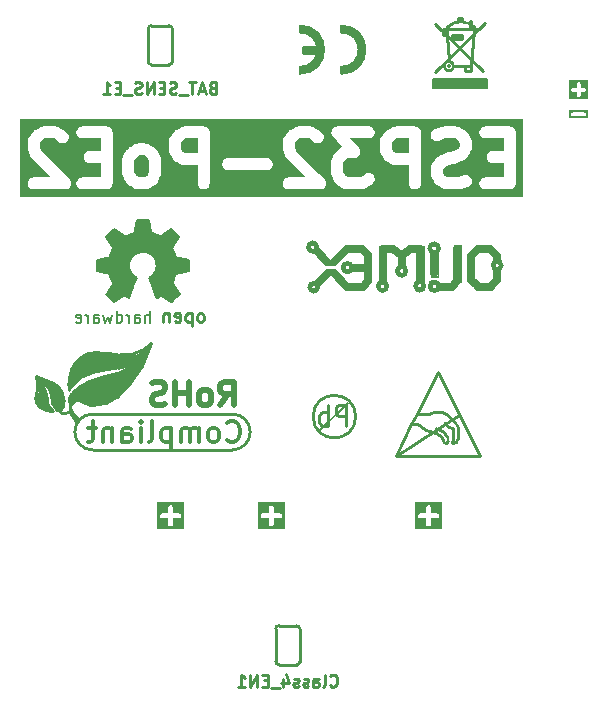
<source format=gbr>
%TF.GenerationSoftware,KiCad,Pcbnew,7.0.9-7.0.9~ubuntu22.04.1*%
%TF.CreationDate,2024-03-05T16:37:04+02:00*%
%TF.ProjectId,ESP32-PoE2_Rev_B,45535033-322d-4506-9f45-325f5265765f,B*%
%TF.SameCoordinates,PX4c4b3ffPYa21fe81*%
%TF.FileFunction,Legend,Bot*%
%TF.FilePolarity,Positive*%
%FSLAX46Y46*%
G04 Gerber Fmt 4.6, Leading zero omitted, Abs format (unit mm)*
G04 Created by KiCad (PCBNEW 7.0.9-7.0.9~ubuntu22.04.1) date 2024-03-05 16:37:04*
%MOMM*%
%LPD*%
G01*
G04 APERTURE LIST*
%ADD10C,1.016000*%
%ADD11C,0.444500*%
%ADD12C,0.317500*%
%ADD13C,0.254000*%
%ADD14C,0.180000*%
%ADD15C,0.500000*%
%ADD16C,0.350000*%
%ADD17C,0.300000*%
%ADD18C,0.150000*%
%ADD19C,0.127000*%
%ADD20C,0.700000*%
%ADD21C,0.100000*%
%ADD22C,0.400000*%
%ADD23C,0.370000*%
%ADD24C,0.380000*%
%ADD25C,1.000000*%
%ADD26C,0.420000*%
%ADD27C,0.508000*%
%ADD28C,0.200000*%
G04 APERTURE END LIST*
D10*
G36*
X19315321Y66310789D02*
G01*
X19404354Y66221756D01*
X19519476Y65991513D01*
X19519476Y64997644D01*
X19404353Y64767400D01*
X19315320Y64678366D01*
X19085077Y64563244D01*
X18708065Y64563244D01*
X18477822Y64678366D01*
X18388789Y64767400D01*
X18273667Y64997644D01*
X18273667Y65991512D01*
X18388789Y66221756D01*
X18477822Y66310790D01*
X18708065Y66425911D01*
X19085077Y66425911D01*
X19315321Y66310789D01*
G37*
G36*
X23631857Y66619435D02*
G01*
X22614827Y66619435D01*
X22384584Y66734557D01*
X22295551Y66823590D01*
X22180429Y67053834D01*
X22180429Y67430845D01*
X22295551Y67661089D01*
X22384584Y67750123D01*
X22614827Y67865244D01*
X23631857Y67865244D01*
X23631857Y66619435D01*
G37*
G36*
X41520714Y66619435D02*
G01*
X40503684Y66619435D01*
X40273441Y66734557D01*
X40184408Y66823590D01*
X40069286Y67053834D01*
X40069286Y67430845D01*
X40184408Y67661089D01*
X40273441Y67750123D01*
X40503684Y67865244D01*
X41520714Y67865244D01*
X41520714Y66619435D01*
G37*
G36*
X51172714Y62930387D02*
G01*
X8621667Y62930387D01*
X8621667Y67139530D01*
X9238524Y67139530D01*
X9239841Y67130371D01*
X9238856Y67121169D01*
X9250107Y67058968D01*
X9259102Y66996410D01*
X9262945Y66987994D01*
X9264593Y66978886D01*
X9470212Y66362030D01*
X9490474Y66321596D01*
X9506282Y66279215D01*
X9522710Y66257270D01*
X9534992Y66232761D01*
X9565829Y66199669D01*
X9592933Y66163463D01*
X11193151Y64563244D01*
X9746524Y64563244D01*
X9603404Y64542666D01*
X9471878Y64482601D01*
X9362603Y64387913D01*
X9284431Y64266275D01*
X9243695Y64127540D01*
X9243695Y63982948D01*
X9284431Y63844213D01*
X9362603Y63722575D01*
X9471878Y63627887D01*
X9603404Y63567822D01*
X9746524Y63547244D01*
X12419571Y63547244D01*
X12437619Y63549840D01*
X12455812Y63548538D01*
X12508917Y63560091D01*
X12562691Y63567822D01*
X12579275Y63575396D01*
X12597099Y63579273D01*
X12644793Y63605317D01*
X12694217Y63627887D01*
X12707999Y63639830D01*
X12724004Y63648569D01*
X12762424Y63686990D01*
X12803492Y63722575D01*
X12813351Y63737917D01*
X12826246Y63750811D01*
X12852288Y63798504D01*
X12881664Y63844213D01*
X12886801Y63861709D01*
X12895542Y63877716D01*
X12907094Y63930822D01*
X12922400Y63982948D01*
X13356076Y63982948D01*
X13396812Y63844213D01*
X13474984Y63722575D01*
X13584259Y63627887D01*
X13715785Y63567822D01*
X13858905Y63547244D01*
X15915095Y63547244D01*
X15951059Y63552415D01*
X15987391Y63552415D01*
X16022252Y63562652D01*
X16058215Y63567822D01*
X16091263Y63582915D01*
X16126126Y63593151D01*
X16156690Y63612794D01*
X16189741Y63627887D01*
X16217200Y63651682D01*
X16247764Y63671323D01*
X16271557Y63698782D01*
X16299016Y63722575D01*
X16318657Y63753139D01*
X16342452Y63780598D01*
X16357545Y63813649D01*
X16377188Y63844213D01*
X16387424Y63879076D01*
X16402517Y63912124D01*
X16407687Y63948087D01*
X16417924Y63982948D01*
X16417924Y64019280D01*
X16423095Y64055244D01*
X16423095Y64877721D01*
X17257667Y64877721D01*
X17264103Y64832953D01*
X17265698Y64787750D01*
X17274343Y64761735D01*
X17278245Y64734601D01*
X17297033Y64693461D01*
X17311298Y64650536D01*
X17516917Y64239299D01*
X17522191Y64231695D01*
X17525425Y64223026D01*
X17563304Y64172426D01*
X17599328Y64120491D01*
X17606529Y64114683D01*
X17612075Y64107274D01*
X17817694Y63901654D01*
X17825103Y63896108D01*
X17830913Y63888905D01*
X17882851Y63852878D01*
X17933446Y63815003D01*
X17942114Y63811770D01*
X17949720Y63806494D01*
X18360958Y63600875D01*
X18403882Y63586611D01*
X18445023Y63567822D01*
X18472156Y63563921D01*
X18498172Y63555275D01*
X18543374Y63553681D01*
X18588143Y63547244D01*
X19205000Y63547244D01*
X19249768Y63553681D01*
X19294971Y63555275D01*
X19320986Y63563921D01*
X19348120Y63567822D01*
X19389260Y63586611D01*
X19432185Y63600875D01*
X19843422Y63806494D01*
X19851026Y63811770D01*
X19859697Y63815003D01*
X19910297Y63852882D01*
X19962230Y63888905D01*
X19968039Y63896108D01*
X19975449Y63901654D01*
X20181068Y64107274D01*
X20186613Y64114683D01*
X20193815Y64120491D01*
X20229843Y64172431D01*
X20267718Y64223026D01*
X20270950Y64231693D01*
X20276226Y64239298D01*
X20481845Y64650536D01*
X20496109Y64693461D01*
X20514898Y64734601D01*
X20518799Y64761735D01*
X20527445Y64787750D01*
X20529039Y64832953D01*
X20535476Y64877721D01*
X20535476Y66111435D01*
X20529039Y66156204D01*
X20527445Y66201406D01*
X20518799Y66227422D01*
X20514898Y66254555D01*
X20496109Y66295696D01*
X20481845Y66338620D01*
X20276226Y66749858D01*
X20270949Y66757466D01*
X20267717Y66766131D01*
X20229846Y66816721D01*
X20193815Y66868665D01*
X20186613Y66874474D01*
X20181067Y66881883D01*
X20129039Y66933911D01*
X21164429Y66933911D01*
X21170865Y66889143D01*
X21172460Y66843940D01*
X21181105Y66817925D01*
X21185007Y66790791D01*
X21203795Y66749651D01*
X21218060Y66706726D01*
X21423679Y66295489D01*
X21428952Y66287886D01*
X21432187Y66279215D01*
X21470069Y66228610D01*
X21506090Y66176681D01*
X21513291Y66170873D01*
X21518838Y66163463D01*
X21724457Y65957844D01*
X21731866Y65952298D01*
X21737675Y65945096D01*
X21789619Y65909065D01*
X21840209Y65871194D01*
X21848874Y65867962D01*
X21856482Y65862685D01*
X22267720Y65657066D01*
X22310644Y65642802D01*
X22351785Y65624013D01*
X22378918Y65620112D01*
X22404934Y65611466D01*
X22450136Y65609872D01*
X22494905Y65603435D01*
X23631857Y65603435D01*
X23631857Y64055244D01*
X23652435Y63912124D01*
X23712500Y63780598D01*
X23807188Y63671323D01*
X23928826Y63593151D01*
X24067561Y63552415D01*
X24212153Y63552415D01*
X24350888Y63593151D01*
X24472526Y63671323D01*
X24567214Y63780598D01*
X24627279Y63912124D01*
X24647857Y64055244D01*
X24647857Y65627901D01*
X25693219Y65627901D01*
X25733955Y65489166D01*
X25812127Y65367528D01*
X25921402Y65272840D01*
X26052928Y65212775D01*
X26196048Y65192197D01*
X29485952Y65192197D01*
X29629072Y65212775D01*
X29760598Y65272840D01*
X29869873Y65367528D01*
X29948045Y65489166D01*
X29988781Y65627901D01*
X29988781Y65772493D01*
X29948045Y65911228D01*
X29869873Y66032866D01*
X29760598Y66127554D01*
X29629072Y66187619D01*
X29485952Y66208197D01*
X26196048Y66208197D01*
X26052928Y66187619D01*
X25921402Y66127554D01*
X25812127Y66032866D01*
X25733955Y65911228D01*
X25693219Y65772493D01*
X25693219Y65627901D01*
X24647857Y65627901D01*
X24647857Y67139530D01*
X30828524Y67139530D01*
X30829841Y67130371D01*
X30828856Y67121169D01*
X30840107Y67058968D01*
X30849102Y66996410D01*
X30852945Y66987994D01*
X30854593Y66978886D01*
X31060212Y66362030D01*
X31080474Y66321596D01*
X31096282Y66279215D01*
X31112710Y66257270D01*
X31124992Y66232761D01*
X31155829Y66199669D01*
X31182933Y66163463D01*
X32783151Y64563244D01*
X31336524Y64563244D01*
X31193404Y64542666D01*
X31061878Y64482601D01*
X30952603Y64387913D01*
X30874431Y64266275D01*
X30833695Y64127540D01*
X30833695Y63982948D01*
X30874431Y63844213D01*
X30952603Y63722575D01*
X31061878Y63627887D01*
X31193404Y63567822D01*
X31336524Y63547244D01*
X34009571Y63547244D01*
X34027619Y63549840D01*
X34045812Y63548538D01*
X34098917Y63560091D01*
X34152691Y63567822D01*
X34169275Y63575396D01*
X34187099Y63579273D01*
X34234793Y63605317D01*
X34284217Y63627887D01*
X34297999Y63639830D01*
X34314004Y63648569D01*
X34352424Y63686990D01*
X34393492Y63722575D01*
X34403351Y63737917D01*
X34416246Y63750811D01*
X34442288Y63798504D01*
X34471664Y63844213D01*
X34476801Y63861709D01*
X34485542Y63877716D01*
X34497094Y63930822D01*
X34512400Y63982948D01*
X34512400Y64001181D01*
X34516277Y64019003D01*
X34512400Y64073212D01*
X34512400Y64127540D01*
X34507263Y64145035D01*
X34505962Y64163227D01*
X34486971Y64214142D01*
X34471664Y64266275D01*
X34461804Y64281617D01*
X34455432Y64298702D01*
X34422871Y64342199D01*
X34393492Y64387913D01*
X34379708Y64399857D01*
X34368781Y64414454D01*
X33905514Y64877721D01*
X34940905Y64877721D01*
X34947341Y64832953D01*
X34948936Y64787750D01*
X34957581Y64761735D01*
X34961483Y64734601D01*
X34980271Y64693461D01*
X34994536Y64650536D01*
X35200155Y64239299D01*
X35205429Y64231695D01*
X35208663Y64223026D01*
X35246542Y64172426D01*
X35282566Y64120491D01*
X35289767Y64114683D01*
X35295313Y64107274D01*
X35500932Y63901654D01*
X35508341Y63896108D01*
X35514151Y63888905D01*
X35566089Y63852878D01*
X35616684Y63815003D01*
X35625352Y63811770D01*
X35632958Y63806494D01*
X36044196Y63600875D01*
X36087120Y63586611D01*
X36128261Y63567822D01*
X36155394Y63563921D01*
X36181410Y63555275D01*
X36226612Y63553681D01*
X36271381Y63547244D01*
X37505095Y63547244D01*
X37549863Y63553681D01*
X37595066Y63555275D01*
X37621081Y63563921D01*
X37648215Y63567822D01*
X37689355Y63586611D01*
X37732280Y63600875D01*
X38143517Y63806494D01*
X38151121Y63811770D01*
X38159792Y63815003D01*
X38210392Y63852882D01*
X38262325Y63888905D01*
X38268134Y63896108D01*
X38275544Y63901654D01*
X38481163Y64107274D01*
X38567813Y64223026D01*
X38618343Y64358501D01*
X38628658Y64502725D01*
X38597922Y64644012D01*
X38528626Y64770917D01*
X38426384Y64873159D01*
X38299479Y64942454D01*
X38158191Y64973189D01*
X38013968Y64962874D01*
X37878493Y64912343D01*
X37762741Y64825692D01*
X37615415Y64678366D01*
X37385172Y64563244D01*
X36391303Y64563244D01*
X36161060Y64678366D01*
X36072027Y64767400D01*
X35956905Y64997644D01*
X35956905Y65785893D01*
X36072027Y66016137D01*
X36161060Y66105171D01*
X36391303Y66220292D01*
X36888238Y66220292D01*
X36889465Y66220469D01*
X36890693Y66220298D01*
X36961016Y66230757D01*
X37031358Y66240870D01*
X37032484Y66241385D01*
X37033711Y66241567D01*
X37098198Y66271395D01*
X37162884Y66300935D01*
X37163821Y66301748D01*
X37164945Y66302267D01*
X37218405Y66349045D01*
X37272159Y66395623D01*
X37272829Y66396666D01*
X37273762Y66397482D01*
X37311897Y66457457D01*
X37350331Y66517261D01*
X37350680Y66518451D01*
X37351345Y66519496D01*
X37371054Y66587838D01*
X37391067Y66655996D01*
X37391067Y66657234D01*
X37391411Y66658426D01*
X37391067Y66729686D01*
X37391067Y66800588D01*
X37390718Y66801774D01*
X37390713Y66803016D01*
X37370330Y66871212D01*
X37351920Y66933911D01*
X39053286Y66933911D01*
X39059722Y66889143D01*
X39061317Y66843940D01*
X39069962Y66817925D01*
X39073864Y66790791D01*
X39092652Y66749651D01*
X39106917Y66706726D01*
X39312536Y66295489D01*
X39317809Y66287886D01*
X39321044Y66279215D01*
X39358926Y66228610D01*
X39394947Y66176681D01*
X39402148Y66170873D01*
X39407695Y66163463D01*
X39613314Y65957844D01*
X39620723Y65952298D01*
X39626532Y65945096D01*
X39678476Y65909065D01*
X39729066Y65871194D01*
X39737731Y65867962D01*
X39745339Y65862685D01*
X40156577Y65657066D01*
X40199501Y65642802D01*
X40240642Y65624013D01*
X40267775Y65620112D01*
X40293791Y65611466D01*
X40338993Y65609872D01*
X40383762Y65603435D01*
X41520714Y65603435D01*
X41520714Y64055244D01*
X41541292Y63912124D01*
X41601357Y63780598D01*
X41696045Y63671323D01*
X41817683Y63593151D01*
X41956418Y63552415D01*
X42101010Y63552415D01*
X42239745Y63593151D01*
X42361383Y63671323D01*
X42456071Y63780598D01*
X42516136Y63912124D01*
X42536714Y64055244D01*
X42536714Y64877721D01*
X43371286Y64877721D01*
X43377722Y64832953D01*
X43379317Y64787750D01*
X43387962Y64761735D01*
X43391864Y64734601D01*
X43410652Y64693461D01*
X43424917Y64650536D01*
X43630536Y64239299D01*
X43635810Y64231695D01*
X43639044Y64223026D01*
X43676923Y64172426D01*
X43712947Y64120491D01*
X43720148Y64114683D01*
X43725694Y64107274D01*
X43931313Y63901654D01*
X43938722Y63896108D01*
X43944532Y63888905D01*
X43996470Y63852878D01*
X44047065Y63815003D01*
X44055733Y63811770D01*
X44063339Y63806494D01*
X44474577Y63600875D01*
X44517501Y63586611D01*
X44558642Y63567822D01*
X44585775Y63563921D01*
X44611791Y63555275D01*
X44656993Y63553681D01*
X44701762Y63547244D01*
X45729857Y63547244D01*
X45739016Y63548562D01*
X45748218Y63547576D01*
X45810419Y63558828D01*
X45872977Y63567822D01*
X45881393Y63571666D01*
X45890501Y63573313D01*
X46507357Y63778932D01*
X46636626Y63843712D01*
X46742408Y63942287D01*
X46766508Y63982948D01*
X47488838Y63982948D01*
X47529574Y63844213D01*
X47607746Y63722575D01*
X47717021Y63627887D01*
X47848547Y63567822D01*
X47991667Y63547244D01*
X50047857Y63547244D01*
X50083821Y63552415D01*
X50120153Y63552415D01*
X50155014Y63562652D01*
X50190977Y63567822D01*
X50224025Y63582915D01*
X50258888Y63593151D01*
X50289452Y63612794D01*
X50322503Y63627887D01*
X50349962Y63651682D01*
X50380526Y63671323D01*
X50404319Y63698782D01*
X50431778Y63722575D01*
X50451419Y63753139D01*
X50475214Y63780598D01*
X50490307Y63813649D01*
X50509950Y63844213D01*
X50520186Y63879076D01*
X50535279Y63912124D01*
X50540449Y63948087D01*
X50550686Y63982948D01*
X50550686Y64019280D01*
X50555857Y64055244D01*
X50555857Y68373244D01*
X50550686Y68409209D01*
X50550686Y68445540D01*
X50540449Y68480402D01*
X50535279Y68516364D01*
X50520186Y68549413D01*
X50509950Y68584275D01*
X50490307Y68614840D01*
X50475214Y68647890D01*
X50451419Y68675350D01*
X50431778Y68705913D01*
X50404319Y68729707D01*
X50380526Y68757165D01*
X50349962Y68776807D01*
X50322503Y68800601D01*
X50289452Y68815695D01*
X50258888Y68835337D01*
X50224025Y68845574D01*
X50190977Y68860666D01*
X50155014Y68865837D01*
X50120153Y68876073D01*
X50083821Y68876073D01*
X50047857Y68881244D01*
X47991667Y68881244D01*
X47848547Y68860666D01*
X47717021Y68800601D01*
X47607746Y68705913D01*
X47529574Y68584275D01*
X47488838Y68445540D01*
X47488838Y68300948D01*
X47529574Y68162213D01*
X47607746Y68040575D01*
X47717021Y67945887D01*
X47848547Y67885822D01*
X47991667Y67865244D01*
X49539857Y67865244D01*
X49539857Y66825054D01*
X48608524Y66825054D01*
X48465404Y66804476D01*
X48333878Y66744411D01*
X48224603Y66649723D01*
X48146431Y66528085D01*
X48105695Y66389350D01*
X48105695Y66244758D01*
X48146431Y66106023D01*
X48224603Y65984385D01*
X48333878Y65889697D01*
X48465404Y65829632D01*
X48608524Y65809054D01*
X49539857Y65809054D01*
X49539857Y64563244D01*
X47991667Y64563244D01*
X47848547Y64542666D01*
X47717021Y64482601D01*
X47607746Y64387913D01*
X47529574Y64266275D01*
X47488838Y64127540D01*
X47488838Y63982948D01*
X46766508Y63982948D01*
X46816132Y64066672D01*
X46851827Y64206788D01*
X46846601Y64351285D01*
X46800877Y64488457D01*
X46718360Y64607191D01*
X46605734Y64697867D01*
X46472124Y64753140D01*
X46328353Y64768531D01*
X46186070Y64742794D01*
X45647420Y64563244D01*
X44821684Y64563244D01*
X44591441Y64678366D01*
X44502408Y64767400D01*
X44387286Y64997644D01*
X44387286Y65169036D01*
X44502408Y65399280D01*
X44591441Y65488314D01*
X44879070Y65632129D01*
X45647446Y65824222D01*
X45698784Y65845192D01*
X45751423Y65862685D01*
X46162660Y66068304D01*
X46170263Y66073578D01*
X46178934Y66076812D01*
X46229539Y66114695D01*
X46281468Y66150715D01*
X46287276Y66157917D01*
X46294686Y66163463D01*
X46500305Y66369082D01*
X46505851Y66376492D01*
X46513053Y66382300D01*
X46549084Y66434245D01*
X46586955Y66484834D01*
X46590187Y66493500D01*
X46595464Y66501107D01*
X46801083Y66912345D01*
X46815347Y66955270D01*
X46834136Y66996410D01*
X46838037Y67023544D01*
X46846683Y67049559D01*
X46848277Y67094762D01*
X46854714Y67139530D01*
X46854714Y67550768D01*
X46848277Y67595537D01*
X46846683Y67640739D01*
X46838037Y67666755D01*
X46834136Y67693888D01*
X46815347Y67735029D01*
X46801083Y67777953D01*
X46595464Y68189191D01*
X46590187Y68196799D01*
X46586955Y68205464D01*
X46549084Y68256054D01*
X46513053Y68307998D01*
X46505851Y68313807D01*
X46500305Y68321216D01*
X46294686Y68526835D01*
X46287276Y68532382D01*
X46281468Y68539583D01*
X46229539Y68575604D01*
X46178934Y68613486D01*
X46170263Y68616721D01*
X46162660Y68621994D01*
X45751423Y68827613D01*
X45708498Y68841878D01*
X45667358Y68860666D01*
X45640224Y68864568D01*
X45614209Y68873213D01*
X45569006Y68874808D01*
X45524238Y68881244D01*
X44496143Y68881244D01*
X44486983Y68879927D01*
X44477782Y68880912D01*
X44415580Y68869661D01*
X44353023Y68860666D01*
X44344606Y68856823D01*
X44335499Y68855175D01*
X43718642Y68649556D01*
X43589374Y68584776D01*
X43483592Y68486201D01*
X43409867Y68361816D01*
X43374172Y68221700D01*
X43379399Y68077203D01*
X43425123Y67940031D01*
X43507640Y67821297D01*
X43620266Y67730621D01*
X43753876Y67675348D01*
X43897647Y67659957D01*
X44039930Y67685694D01*
X44578579Y67865244D01*
X45404315Y67865244D01*
X45634559Y67750122D01*
X45723592Y67661089D01*
X45838714Y67430846D01*
X45838714Y67259453D01*
X45723592Y67029210D01*
X45634559Y66940176D01*
X45346928Y66796361D01*
X44578554Y66604267D01*
X44527215Y66583298D01*
X44474577Y66565804D01*
X44063339Y66360185D01*
X44055731Y66354909D01*
X44047066Y66351676D01*
X43996476Y66313806D01*
X43944532Y66277774D01*
X43938723Y66270573D01*
X43931314Y66265026D01*
X43725695Y66059407D01*
X43720148Y66051998D01*
X43712947Y66046189D01*
X43676926Y65994261D01*
X43639044Y65943655D01*
X43635809Y65934985D01*
X43630536Y65927381D01*
X43424917Y65516144D01*
X43410652Y65473220D01*
X43391864Y65432079D01*
X43387962Y65404946D01*
X43379317Y65378930D01*
X43377722Y65333728D01*
X43371286Y65288959D01*
X43371286Y64877721D01*
X42536714Y64877721D01*
X42536714Y68373244D01*
X42531543Y68409209D01*
X42531543Y68445540D01*
X42521306Y68480402D01*
X42516136Y68516364D01*
X42501043Y68549413D01*
X42490807Y68584275D01*
X42471164Y68614840D01*
X42456071Y68647890D01*
X42432276Y68675350D01*
X42412635Y68705913D01*
X42385176Y68729707D01*
X42361383Y68757165D01*
X42330819Y68776807D01*
X42303360Y68800601D01*
X42270309Y68815695D01*
X42239745Y68835337D01*
X42204882Y68845574D01*
X42171834Y68860666D01*
X42135871Y68865837D01*
X42101010Y68876073D01*
X42064678Y68876073D01*
X42028714Y68881244D01*
X40383762Y68881244D01*
X40338993Y68874808D01*
X40293791Y68873213D01*
X40267775Y68864568D01*
X40240642Y68860666D01*
X40199501Y68841878D01*
X40156577Y68827613D01*
X39745339Y68621994D01*
X39737731Y68616718D01*
X39729066Y68613485D01*
X39678476Y68575615D01*
X39626532Y68539583D01*
X39620723Y68532382D01*
X39613314Y68526835D01*
X39407695Y68321216D01*
X39402148Y68313807D01*
X39394947Y68307998D01*
X39358926Y68256070D01*
X39321044Y68205464D01*
X39317809Y68196794D01*
X39312536Y68189190D01*
X39106917Y67777953D01*
X39092652Y67735029D01*
X39073864Y67693888D01*
X39069962Y67666755D01*
X39061317Y67640739D01*
X39059722Y67595537D01*
X39053286Y67550768D01*
X39053286Y66933911D01*
X37351920Y66933911D01*
X37350331Y66939323D01*
X37349660Y66940366D01*
X37349306Y66941553D01*
X37310604Y67001139D01*
X37272159Y67060961D01*
X37271221Y67061774D01*
X37270547Y67062812D01*
X36568419Y67865244D01*
X38121952Y67865244D01*
X38265072Y67885822D01*
X38396598Y67945887D01*
X38505873Y68040575D01*
X38584045Y68162213D01*
X38624781Y68300948D01*
X38624781Y68445540D01*
X38584045Y68584275D01*
X38505873Y68705913D01*
X38396598Y68800601D01*
X38265072Y68860666D01*
X38121952Y68881244D01*
X35448905Y68881244D01*
X35447677Y68881068D01*
X35446450Y68881238D01*
X35376126Y68870780D01*
X35305785Y68860666D01*
X35304658Y68860152D01*
X35303432Y68859969D01*
X35238944Y68830142D01*
X35174259Y68800601D01*
X35173321Y68799789D01*
X35172198Y68799269D01*
X35118788Y68752536D01*
X35064984Y68705913D01*
X35064312Y68704869D01*
X35063382Y68704054D01*
X35025293Y68644154D01*
X34986812Y68584275D01*
X34986462Y68583086D01*
X34985798Y68582040D01*
X34966088Y68513699D01*
X34946076Y68445540D01*
X34946076Y68444303D01*
X34945732Y68443110D01*
X34946076Y68371851D01*
X34946076Y68300948D01*
X34946424Y68299763D01*
X34946430Y68298520D01*
X34966812Y68230325D01*
X34986812Y68162213D01*
X34987482Y68161171D01*
X34987837Y68159983D01*
X35026538Y68100398D01*
X35064984Y68040575D01*
X35065921Y68039763D01*
X35066596Y68038724D01*
X35885208Y67103168D01*
X35632958Y66977042D01*
X35625350Y66971766D01*
X35616685Y66968533D01*
X35566095Y66930663D01*
X35514151Y66894631D01*
X35508342Y66887430D01*
X35500933Y66881883D01*
X35295314Y66676264D01*
X35289767Y66668855D01*
X35282566Y66663046D01*
X35246545Y66611118D01*
X35208663Y66560512D01*
X35205428Y66551842D01*
X35200155Y66544238D01*
X34994536Y66133001D01*
X34980271Y66090077D01*
X34961483Y66048936D01*
X34957581Y66021803D01*
X34948936Y65995787D01*
X34947341Y65950585D01*
X34940905Y65905816D01*
X34940905Y64877721D01*
X33905514Y64877721D01*
X31986151Y66797085D01*
X31844524Y67221967D01*
X31844524Y67430845D01*
X31959646Y67661089D01*
X32048679Y67750123D01*
X32278922Y67865244D01*
X33067172Y67865244D01*
X33297416Y67750122D01*
X33444742Y67602796D01*
X33560494Y67516146D01*
X33695969Y67465615D01*
X33840193Y67455300D01*
X33981480Y67486036D01*
X34108385Y67555331D01*
X34210627Y67657573D01*
X34279922Y67784478D01*
X34310658Y67925765D01*
X34300343Y68069989D01*
X34249812Y68205464D01*
X34163162Y68321216D01*
X33957543Y68526835D01*
X33950133Y68532382D01*
X33944325Y68539583D01*
X33892396Y68575604D01*
X33841791Y68613486D01*
X33833120Y68616721D01*
X33825517Y68621994D01*
X33414280Y68827613D01*
X33371355Y68841878D01*
X33330215Y68860666D01*
X33303081Y68864568D01*
X33277066Y68873213D01*
X33231863Y68874808D01*
X33187095Y68881244D01*
X32159000Y68881244D01*
X32114231Y68874808D01*
X32069029Y68873213D01*
X32043013Y68864568D01*
X32015880Y68860666D01*
X31974739Y68841878D01*
X31931815Y68827613D01*
X31520577Y68621994D01*
X31512969Y68616718D01*
X31504304Y68613485D01*
X31453714Y68575615D01*
X31401770Y68539583D01*
X31395961Y68532382D01*
X31388552Y68526835D01*
X31182933Y68321216D01*
X31177386Y68313807D01*
X31170185Y68307998D01*
X31134164Y68256070D01*
X31096282Y68205464D01*
X31093047Y68196794D01*
X31087774Y68189190D01*
X30882155Y67777953D01*
X30867890Y67735029D01*
X30849102Y67693888D01*
X30845200Y67666755D01*
X30836555Y67640739D01*
X30834960Y67595537D01*
X30828524Y67550768D01*
X30828524Y67139530D01*
X24647857Y67139530D01*
X24647857Y68373244D01*
X24642686Y68409209D01*
X24642686Y68445540D01*
X24632449Y68480402D01*
X24627279Y68516364D01*
X24612186Y68549413D01*
X24601950Y68584275D01*
X24582307Y68614840D01*
X24567214Y68647890D01*
X24543419Y68675350D01*
X24523778Y68705913D01*
X24496319Y68729707D01*
X24472526Y68757165D01*
X24441962Y68776807D01*
X24414503Y68800601D01*
X24381452Y68815695D01*
X24350888Y68835337D01*
X24316025Y68845574D01*
X24282977Y68860666D01*
X24247014Y68865837D01*
X24212153Y68876073D01*
X24175821Y68876073D01*
X24139857Y68881244D01*
X22494905Y68881244D01*
X22450136Y68874808D01*
X22404934Y68873213D01*
X22378918Y68864568D01*
X22351785Y68860666D01*
X22310644Y68841878D01*
X22267720Y68827613D01*
X21856482Y68621994D01*
X21848874Y68616718D01*
X21840209Y68613485D01*
X21789619Y68575615D01*
X21737675Y68539583D01*
X21731866Y68532382D01*
X21724457Y68526835D01*
X21518838Y68321216D01*
X21513291Y68313807D01*
X21506090Y68307998D01*
X21470069Y68256070D01*
X21432187Y68205464D01*
X21428952Y68196794D01*
X21423679Y68189190D01*
X21218060Y67777953D01*
X21203795Y67735029D01*
X21185007Y67693888D01*
X21181105Y67666755D01*
X21172460Y67640739D01*
X21170865Y67595537D01*
X21164429Y67550768D01*
X21164429Y66933911D01*
X20129039Y66933911D01*
X19975448Y67087502D01*
X19968038Y67093049D01*
X19962230Y67100250D01*
X19910301Y67136271D01*
X19859696Y67174153D01*
X19851025Y67177388D01*
X19843422Y67182661D01*
X19432185Y67388280D01*
X19389260Y67402545D01*
X19348120Y67421333D01*
X19320986Y67425235D01*
X19294971Y67433880D01*
X19249768Y67435475D01*
X19205000Y67441911D01*
X18588143Y67441911D01*
X18543374Y67435475D01*
X18498172Y67433880D01*
X18472156Y67425235D01*
X18445023Y67421333D01*
X18403882Y67402545D01*
X18360958Y67388280D01*
X17949720Y67182661D01*
X17942112Y67177385D01*
X17933447Y67174152D01*
X17882857Y67136282D01*
X17830913Y67100250D01*
X17825104Y67093049D01*
X17817695Y67087502D01*
X17612076Y66881883D01*
X17606529Y66874474D01*
X17599328Y66868665D01*
X17563307Y66816737D01*
X17525425Y66766131D01*
X17522190Y66757461D01*
X17516917Y66749857D01*
X17311298Y66338620D01*
X17297033Y66295696D01*
X17278245Y66254555D01*
X17274343Y66227422D01*
X17265698Y66201406D01*
X17264103Y66156204D01*
X17257667Y66111435D01*
X17257667Y64877721D01*
X16423095Y64877721D01*
X16423095Y68373244D01*
X16417924Y68409209D01*
X16417924Y68445540D01*
X16407687Y68480402D01*
X16402517Y68516364D01*
X16387424Y68549413D01*
X16377188Y68584275D01*
X16357545Y68614840D01*
X16342452Y68647890D01*
X16318657Y68675350D01*
X16299016Y68705913D01*
X16271557Y68729707D01*
X16247764Y68757165D01*
X16217200Y68776807D01*
X16189741Y68800601D01*
X16156690Y68815695D01*
X16126126Y68835337D01*
X16091263Y68845574D01*
X16058215Y68860666D01*
X16022252Y68865837D01*
X15987391Y68876073D01*
X15951059Y68876073D01*
X15915095Y68881244D01*
X13858905Y68881244D01*
X13715785Y68860666D01*
X13584259Y68800601D01*
X13474984Y68705913D01*
X13396812Y68584275D01*
X13356076Y68445540D01*
X13356076Y68300948D01*
X13396812Y68162213D01*
X13474984Y68040575D01*
X13584259Y67945887D01*
X13715785Y67885822D01*
X13858905Y67865244D01*
X15407095Y67865244D01*
X15407095Y66825054D01*
X14475762Y66825054D01*
X14332642Y66804476D01*
X14201116Y66744411D01*
X14091841Y66649723D01*
X14013669Y66528085D01*
X13972933Y66389350D01*
X13972933Y66244758D01*
X14013669Y66106023D01*
X14091841Y65984385D01*
X14201116Y65889697D01*
X14332642Y65829632D01*
X14475762Y65809054D01*
X15407095Y65809054D01*
X15407095Y64563244D01*
X13858905Y64563244D01*
X13715785Y64542666D01*
X13584259Y64482601D01*
X13474984Y64387913D01*
X13396812Y64266275D01*
X13356076Y64127540D01*
X13356076Y63982948D01*
X12922400Y63982948D01*
X12922400Y64001181D01*
X12926277Y64019003D01*
X12922400Y64073212D01*
X12922400Y64127540D01*
X12917263Y64145035D01*
X12915962Y64163227D01*
X12896971Y64214142D01*
X12881664Y64266275D01*
X12871804Y64281617D01*
X12865432Y64298702D01*
X12832871Y64342199D01*
X12803492Y64387913D01*
X12789708Y64399857D01*
X12778781Y64414454D01*
X10396151Y66797085D01*
X10254524Y67221967D01*
X10254524Y67430845D01*
X10369646Y67661089D01*
X10458679Y67750123D01*
X10688922Y67865244D01*
X11477172Y67865244D01*
X11707416Y67750122D01*
X11854742Y67602796D01*
X11970494Y67516146D01*
X12105969Y67465615D01*
X12250193Y67455300D01*
X12391480Y67486036D01*
X12518385Y67555331D01*
X12620627Y67657573D01*
X12689922Y67784478D01*
X12720658Y67925765D01*
X12710343Y68069989D01*
X12659812Y68205464D01*
X12573162Y68321216D01*
X12367543Y68526835D01*
X12360133Y68532382D01*
X12354325Y68539583D01*
X12302396Y68575604D01*
X12251791Y68613486D01*
X12243120Y68616721D01*
X12235517Y68621994D01*
X11824280Y68827613D01*
X11781355Y68841878D01*
X11740215Y68860666D01*
X11713081Y68864568D01*
X11687066Y68873213D01*
X11641863Y68874808D01*
X11597095Y68881244D01*
X10569000Y68881244D01*
X10524231Y68874808D01*
X10479029Y68873213D01*
X10453013Y68864568D01*
X10425880Y68860666D01*
X10384739Y68841878D01*
X10341815Y68827613D01*
X9930577Y68621994D01*
X9922969Y68616718D01*
X9914304Y68613485D01*
X9863714Y68575615D01*
X9811770Y68539583D01*
X9805961Y68532382D01*
X9798552Y68526835D01*
X9592933Y68321216D01*
X9587386Y68313807D01*
X9580185Y68307998D01*
X9544164Y68256070D01*
X9506282Y68205464D01*
X9503047Y68196794D01*
X9497774Y68189190D01*
X9292155Y67777953D01*
X9277890Y67735029D01*
X9259102Y67693888D01*
X9255200Y67666755D01*
X9246555Y67640739D01*
X9244960Y67595537D01*
X9238524Y67550768D01*
X9238524Y67139530D01*
X8621667Y67139530D01*
X8621667Y69498101D01*
X51172714Y69498101D01*
X51172714Y62930387D01*
G37*
D11*
G36*
X44346265Y34764676D02*
G01*
X42041535Y34764676D01*
X42041535Y35893810D01*
X42295535Y35893810D01*
X42324093Y35805916D01*
X42385932Y35737237D01*
X42470359Y35699648D01*
X42516567Y35694791D01*
X42971650Y35694791D01*
X42971650Y35239708D01*
X42990865Y35149311D01*
X43045186Y35074544D01*
X43125221Y35028336D01*
X43217131Y35018676D01*
X43305025Y35047234D01*
X43373704Y35109073D01*
X43411293Y35193500D01*
X43416150Y35239708D01*
X43416150Y35694791D01*
X43871233Y35694791D01*
X43961630Y35714006D01*
X44036397Y35768327D01*
X44082605Y35848362D01*
X44092265Y35940272D01*
X44063707Y36028166D01*
X44001868Y36096845D01*
X43917441Y36134434D01*
X43871233Y36139291D01*
X43416150Y36139291D01*
X43416150Y36594374D01*
X43396935Y36684771D01*
X43342614Y36759538D01*
X43262579Y36805746D01*
X43170669Y36815406D01*
X43082775Y36786848D01*
X43014096Y36725009D01*
X42976507Y36640582D01*
X42971650Y36594374D01*
X42971650Y36139291D01*
X42516567Y36139291D01*
X42426170Y36120076D01*
X42351403Y36065755D01*
X42305195Y35985720D01*
X42295535Y35893810D01*
X42041535Y35893810D01*
X42041535Y37069406D01*
X44346265Y37069406D01*
X44346265Y34764676D01*
G37*
G36*
X22502265Y34764676D02*
G01*
X20197535Y34764676D01*
X20197535Y35893810D01*
X20451535Y35893810D01*
X20480093Y35805916D01*
X20541932Y35737237D01*
X20626359Y35699648D01*
X20672567Y35694791D01*
X21127650Y35694791D01*
X21127650Y35239708D01*
X21146865Y35149311D01*
X21201186Y35074544D01*
X21281221Y35028336D01*
X21373131Y35018676D01*
X21461025Y35047234D01*
X21529704Y35109073D01*
X21567293Y35193500D01*
X21572150Y35239708D01*
X21572150Y35694791D01*
X22027233Y35694791D01*
X22117630Y35714006D01*
X22192397Y35768327D01*
X22238605Y35848362D01*
X22248265Y35940272D01*
X22219707Y36028166D01*
X22157868Y36096845D01*
X22073441Y36134434D01*
X22027233Y36139291D01*
X21572150Y36139291D01*
X21572150Y36594374D01*
X21552935Y36684771D01*
X21498614Y36759538D01*
X21418579Y36805746D01*
X21326669Y36815406D01*
X21238775Y36786848D01*
X21170096Y36725009D01*
X21132507Y36640582D01*
X21127650Y36594374D01*
X21127650Y36139291D01*
X20672567Y36139291D01*
X20582170Y36120076D01*
X20507403Y36065755D01*
X20461195Y35985720D01*
X20451535Y35893810D01*
X20197535Y35893810D01*
X20197535Y37069406D01*
X22502265Y37069406D01*
X22502265Y34764676D01*
G37*
D12*
G36*
X56713989Y71171806D02*
G01*
X55066012Y71171806D01*
X55066012Y71995795D01*
X55247441Y71995795D01*
X55268709Y71916420D01*
X55326816Y71858313D01*
X55406191Y71837045D01*
X55731250Y71837045D01*
X55731250Y71511985D01*
X55752518Y71432610D01*
X55810625Y71374503D01*
X55890000Y71353235D01*
X55969375Y71374503D01*
X56027482Y71432610D01*
X56048750Y71511985D01*
X56048750Y71837045D01*
X56373810Y71837045D01*
X56453185Y71858313D01*
X56511292Y71916420D01*
X56532560Y71995795D01*
X56511292Y72075170D01*
X56453185Y72133277D01*
X56373810Y72154545D01*
X56048750Y72154545D01*
X56048750Y72479604D01*
X56027482Y72558979D01*
X55969375Y72617086D01*
X55890000Y72638354D01*
X55810625Y72617086D01*
X55752518Y72558979D01*
X55731250Y72479604D01*
X55731250Y72154545D01*
X55406191Y72154545D01*
X55326816Y72133277D01*
X55268709Y72075170D01*
X55247441Y71995795D01*
X55066012Y71995795D01*
X55066012Y72819783D01*
X56713989Y72819783D01*
X56713989Y71171806D01*
G37*
D11*
G36*
X31011265Y34764676D02*
G01*
X28706535Y34764676D01*
X28706535Y35893810D01*
X28960535Y35893810D01*
X28989093Y35805916D01*
X29050932Y35737237D01*
X29135359Y35699648D01*
X29181567Y35694791D01*
X29636650Y35694791D01*
X29636650Y35239708D01*
X29655865Y35149311D01*
X29710186Y35074544D01*
X29790221Y35028336D01*
X29882131Y35018676D01*
X29970025Y35047234D01*
X30038704Y35109073D01*
X30076293Y35193500D01*
X30081150Y35239708D01*
X30081150Y35694791D01*
X30536233Y35694791D01*
X30626630Y35714006D01*
X30701397Y35768327D01*
X30747605Y35848362D01*
X30757265Y35940272D01*
X30728707Y36028166D01*
X30666868Y36096845D01*
X30582441Y36134434D01*
X30536233Y36139291D01*
X30081150Y36139291D01*
X30081150Y36594374D01*
X30061935Y36684771D01*
X30007614Y36759538D01*
X29927579Y36805746D01*
X29835669Y36815406D01*
X29747775Y36786848D01*
X29679096Y36725009D01*
X29641507Y36640582D01*
X29636650Y36594374D01*
X29636650Y36139291D01*
X29181567Y36139291D01*
X29091170Y36120076D01*
X29016403Y36065755D01*
X28970195Y35985720D01*
X28960535Y35893810D01*
X28706535Y35893810D01*
X28706535Y37069406D01*
X31011265Y37069406D01*
X31011265Y34764676D01*
G37*
D12*
G36*
X56713989Y69572616D02*
G01*
X55066012Y69572616D01*
X55066012Y69912795D01*
X55247441Y69912795D01*
X55268709Y69833420D01*
X55326816Y69775313D01*
X55406191Y69754045D01*
X56373810Y69754045D01*
X56453185Y69775313D01*
X56511292Y69833420D01*
X56532560Y69912795D01*
X56511292Y69992170D01*
X56453185Y70050277D01*
X56373810Y70071545D01*
X55406191Y70071545D01*
X55326816Y70050277D01*
X55268709Y69992170D01*
X55247441Y69912795D01*
X55066012Y69912795D01*
X55066012Y70252974D01*
X56713989Y70252974D01*
X56713989Y69572616D01*
G37*
D13*
X24883857Y72158379D02*
X24738714Y72109998D01*
X24738714Y72109998D02*
X24690333Y72061617D01*
X24690333Y72061617D02*
X24641952Y71964855D01*
X24641952Y71964855D02*
X24641952Y71819712D01*
X24641952Y71819712D02*
X24690333Y71722950D01*
X24690333Y71722950D02*
X24738714Y71674569D01*
X24738714Y71674569D02*
X24835476Y71626189D01*
X24835476Y71626189D02*
X25222524Y71626189D01*
X25222524Y71626189D02*
X25222524Y72642189D01*
X25222524Y72642189D02*
X24883857Y72642189D01*
X24883857Y72642189D02*
X24787095Y72593808D01*
X24787095Y72593808D02*
X24738714Y72545427D01*
X24738714Y72545427D02*
X24690333Y72448665D01*
X24690333Y72448665D02*
X24690333Y72351903D01*
X24690333Y72351903D02*
X24738714Y72255141D01*
X24738714Y72255141D02*
X24787095Y72206760D01*
X24787095Y72206760D02*
X24883857Y72158379D01*
X24883857Y72158379D02*
X25222524Y72158379D01*
X24254905Y71916474D02*
X23771095Y71916474D01*
X24351667Y71626189D02*
X24013000Y72642189D01*
X24013000Y72642189D02*
X23674333Y71626189D01*
X23480810Y72642189D02*
X22900238Y72642189D01*
X23190524Y71626189D02*
X23190524Y72642189D01*
X22803477Y71529427D02*
X22029381Y71529427D01*
X21835858Y71674569D02*
X21690715Y71626189D01*
X21690715Y71626189D02*
X21448810Y71626189D01*
X21448810Y71626189D02*
X21352048Y71674569D01*
X21352048Y71674569D02*
X21303667Y71722950D01*
X21303667Y71722950D02*
X21255286Y71819712D01*
X21255286Y71819712D02*
X21255286Y71916474D01*
X21255286Y71916474D02*
X21303667Y72013236D01*
X21303667Y72013236D02*
X21352048Y72061617D01*
X21352048Y72061617D02*
X21448810Y72109998D01*
X21448810Y72109998D02*
X21642334Y72158379D01*
X21642334Y72158379D02*
X21739096Y72206760D01*
X21739096Y72206760D02*
X21787477Y72255141D01*
X21787477Y72255141D02*
X21835858Y72351903D01*
X21835858Y72351903D02*
X21835858Y72448665D01*
X21835858Y72448665D02*
X21787477Y72545427D01*
X21787477Y72545427D02*
X21739096Y72593808D01*
X21739096Y72593808D02*
X21642334Y72642189D01*
X21642334Y72642189D02*
X21400429Y72642189D01*
X21400429Y72642189D02*
X21255286Y72593808D01*
X20819858Y72158379D02*
X20481191Y72158379D01*
X20336048Y71626189D02*
X20819858Y71626189D01*
X20819858Y71626189D02*
X20819858Y72642189D01*
X20819858Y72642189D02*
X20336048Y72642189D01*
X19900620Y71626189D02*
X19900620Y72642189D01*
X19900620Y72642189D02*
X19320048Y71626189D01*
X19320048Y71626189D02*
X19320048Y72642189D01*
X18884620Y71674569D02*
X18739477Y71626189D01*
X18739477Y71626189D02*
X18497572Y71626189D01*
X18497572Y71626189D02*
X18400810Y71674569D01*
X18400810Y71674569D02*
X18352429Y71722950D01*
X18352429Y71722950D02*
X18304048Y71819712D01*
X18304048Y71819712D02*
X18304048Y71916474D01*
X18304048Y71916474D02*
X18352429Y72013236D01*
X18352429Y72013236D02*
X18400810Y72061617D01*
X18400810Y72061617D02*
X18497572Y72109998D01*
X18497572Y72109998D02*
X18691096Y72158379D01*
X18691096Y72158379D02*
X18787858Y72206760D01*
X18787858Y72206760D02*
X18836239Y72255141D01*
X18836239Y72255141D02*
X18884620Y72351903D01*
X18884620Y72351903D02*
X18884620Y72448665D01*
X18884620Y72448665D02*
X18836239Y72545427D01*
X18836239Y72545427D02*
X18787858Y72593808D01*
X18787858Y72593808D02*
X18691096Y72642189D01*
X18691096Y72642189D02*
X18449191Y72642189D01*
X18449191Y72642189D02*
X18304048Y72593808D01*
X18110525Y71529427D02*
X17336429Y71529427D01*
X17094525Y72158379D02*
X16755858Y72158379D01*
X16610715Y71626189D02*
X17094525Y71626189D01*
X17094525Y71626189D02*
X17094525Y72642189D01*
X17094525Y72642189D02*
X16610715Y72642189D01*
X15643096Y71626189D02*
X16223668Y71626189D01*
X15933382Y71626189D02*
X15933382Y72642189D01*
X15933382Y72642189D02*
X16030144Y72497046D01*
X16030144Y72497046D02*
X16126906Y72400284D01*
X16126906Y72400284D02*
X16223668Y72351903D01*
X34832190Y21557950D02*
X34880571Y21509569D01*
X34880571Y21509569D02*
X35025714Y21461189D01*
X35025714Y21461189D02*
X35122476Y21461189D01*
X35122476Y21461189D02*
X35267619Y21509569D01*
X35267619Y21509569D02*
X35364381Y21606331D01*
X35364381Y21606331D02*
X35412762Y21703093D01*
X35412762Y21703093D02*
X35461143Y21896617D01*
X35461143Y21896617D02*
X35461143Y22041760D01*
X35461143Y22041760D02*
X35412762Y22235284D01*
X35412762Y22235284D02*
X35364381Y22332046D01*
X35364381Y22332046D02*
X35267619Y22428808D01*
X35267619Y22428808D02*
X35122476Y22477189D01*
X35122476Y22477189D02*
X35025714Y22477189D01*
X35025714Y22477189D02*
X34880571Y22428808D01*
X34880571Y22428808D02*
X34832190Y22380427D01*
X34251619Y21461189D02*
X34348381Y21509569D01*
X34348381Y21509569D02*
X34396762Y21606331D01*
X34396762Y21606331D02*
X34396762Y22477189D01*
X33429143Y21461189D02*
X33429143Y21993379D01*
X33429143Y21993379D02*
X33477524Y22090141D01*
X33477524Y22090141D02*
X33574286Y22138522D01*
X33574286Y22138522D02*
X33767810Y22138522D01*
X33767810Y22138522D02*
X33864572Y22090141D01*
X33429143Y21509569D02*
X33525905Y21461189D01*
X33525905Y21461189D02*
X33767810Y21461189D01*
X33767810Y21461189D02*
X33864572Y21509569D01*
X33864572Y21509569D02*
X33912953Y21606331D01*
X33912953Y21606331D02*
X33912953Y21703093D01*
X33912953Y21703093D02*
X33864572Y21799855D01*
X33864572Y21799855D02*
X33767810Y21848236D01*
X33767810Y21848236D02*
X33525905Y21848236D01*
X33525905Y21848236D02*
X33429143Y21896617D01*
X32993715Y21509569D02*
X32896953Y21461189D01*
X32896953Y21461189D02*
X32703429Y21461189D01*
X32703429Y21461189D02*
X32606667Y21509569D01*
X32606667Y21509569D02*
X32558286Y21606331D01*
X32558286Y21606331D02*
X32558286Y21654712D01*
X32558286Y21654712D02*
X32606667Y21751474D01*
X32606667Y21751474D02*
X32703429Y21799855D01*
X32703429Y21799855D02*
X32848572Y21799855D01*
X32848572Y21799855D02*
X32945334Y21848236D01*
X32945334Y21848236D02*
X32993715Y21944998D01*
X32993715Y21944998D02*
X32993715Y21993379D01*
X32993715Y21993379D02*
X32945334Y22090141D01*
X32945334Y22090141D02*
X32848572Y22138522D01*
X32848572Y22138522D02*
X32703429Y22138522D01*
X32703429Y22138522D02*
X32606667Y22090141D01*
X32171239Y21509569D02*
X32074477Y21461189D01*
X32074477Y21461189D02*
X31880953Y21461189D01*
X31880953Y21461189D02*
X31784191Y21509569D01*
X31784191Y21509569D02*
X31735810Y21606331D01*
X31735810Y21606331D02*
X31735810Y21654712D01*
X31735810Y21654712D02*
X31784191Y21751474D01*
X31784191Y21751474D02*
X31880953Y21799855D01*
X31880953Y21799855D02*
X32026096Y21799855D01*
X32026096Y21799855D02*
X32122858Y21848236D01*
X32122858Y21848236D02*
X32171239Y21944998D01*
X32171239Y21944998D02*
X32171239Y21993379D01*
X32171239Y21993379D02*
X32122858Y22090141D01*
X32122858Y22090141D02*
X32026096Y22138522D01*
X32026096Y22138522D02*
X31880953Y22138522D01*
X31880953Y22138522D02*
X31784191Y22090141D01*
X30864953Y22138522D02*
X30864953Y21461189D01*
X31106858Y22525569D02*
X31348763Y21799855D01*
X31348763Y21799855D02*
X30719810Y21799855D01*
X30574668Y21364427D02*
X29800572Y21364427D01*
X29558668Y21993379D02*
X29220001Y21993379D01*
X29074858Y21461189D02*
X29558668Y21461189D01*
X29558668Y21461189D02*
X29558668Y22477189D01*
X29558668Y22477189D02*
X29074858Y22477189D01*
X28639430Y21461189D02*
X28639430Y22477189D01*
X28639430Y22477189D02*
X28058858Y21461189D01*
X28058858Y21461189D02*
X28058858Y22477189D01*
X27042858Y21461189D02*
X27623430Y21461189D01*
X27333144Y21461189D02*
X27333144Y22477189D01*
X27333144Y22477189D02*
X27429906Y22332046D01*
X27429906Y22332046D02*
X27526668Y22235284D01*
X27526668Y22235284D02*
X27623430Y22186903D01*
X23946298Y52328569D02*
X24051060Y52380949D01*
X24051060Y52380949D02*
X24103441Y52433330D01*
X24103441Y52433330D02*
X24155822Y52538092D01*
X24155822Y52538092D02*
X24155822Y52852378D01*
X24155822Y52852378D02*
X24103441Y52957140D01*
X24103441Y52957140D02*
X24051060Y53009521D01*
X24051060Y53009521D02*
X23946298Y53061902D01*
X23946298Y53061902D02*
X23789155Y53061902D01*
X23789155Y53061902D02*
X23684393Y53009521D01*
X23684393Y53009521D02*
X23632012Y52957140D01*
X23632012Y52957140D02*
X23579631Y52852378D01*
X23579631Y52852378D02*
X23579631Y52538092D01*
X23579631Y52538092D02*
X23632012Y52433330D01*
X23632012Y52433330D02*
X23684393Y52380949D01*
X23684393Y52380949D02*
X23789155Y52328569D01*
X23789155Y52328569D02*
X23946298Y52328569D01*
X23108203Y53061902D02*
X23108203Y51961902D01*
X23108203Y53009521D02*
X23003441Y53061902D01*
X23003441Y53061902D02*
X22793917Y53061902D01*
X22793917Y53061902D02*
X22689155Y53009521D01*
X22689155Y53009521D02*
X22636774Y52957140D01*
X22636774Y52957140D02*
X22584393Y52852378D01*
X22584393Y52852378D02*
X22584393Y52538092D01*
X22584393Y52538092D02*
X22636774Y52433330D01*
X22636774Y52433330D02*
X22689155Y52380949D01*
X22689155Y52380949D02*
X22793917Y52328569D01*
X22793917Y52328569D02*
X23003441Y52328569D01*
X23003441Y52328569D02*
X23108203Y52380949D01*
X21693917Y52380949D02*
X21798679Y52328569D01*
X21798679Y52328569D02*
X22008203Y52328569D01*
X22008203Y52328569D02*
X22112965Y52380949D01*
X22112965Y52380949D02*
X22165346Y52485711D01*
X22165346Y52485711D02*
X22165346Y52904759D01*
X22165346Y52904759D02*
X22112965Y53009521D01*
X22112965Y53009521D02*
X22008203Y53061902D01*
X22008203Y53061902D02*
X21798679Y53061902D01*
X21798679Y53061902D02*
X21693917Y53009521D01*
X21693917Y53009521D02*
X21641536Y52904759D01*
X21641536Y52904759D02*
X21641536Y52799997D01*
X21641536Y52799997D02*
X22165346Y52695235D01*
X21170108Y53061902D02*
X21170108Y52328569D01*
X21170108Y52957140D02*
X21117727Y53009521D01*
X21117727Y53009521D02*
X21012965Y53061902D01*
X21012965Y53061902D02*
X20855822Y53061902D01*
X20855822Y53061902D02*
X20751060Y53009521D01*
X20751060Y53009521D02*
X20698679Y52904759D01*
X20698679Y52904759D02*
X20698679Y52328569D01*
D14*
X19630798Y52279542D02*
X19630798Y53279542D01*
X19202227Y52279542D02*
X19202227Y52803352D01*
X19202227Y52803352D02*
X19249846Y52898590D01*
X19249846Y52898590D02*
X19345084Y52946209D01*
X19345084Y52946209D02*
X19487941Y52946209D01*
X19487941Y52946209D02*
X19583179Y52898590D01*
X19583179Y52898590D02*
X19630798Y52850971D01*
X18297465Y52279542D02*
X18297465Y52803352D01*
X18297465Y52803352D02*
X18345084Y52898590D01*
X18345084Y52898590D02*
X18440322Y52946209D01*
X18440322Y52946209D02*
X18630798Y52946209D01*
X18630798Y52946209D02*
X18726036Y52898590D01*
X18297465Y52327161D02*
X18392703Y52279542D01*
X18392703Y52279542D02*
X18630798Y52279542D01*
X18630798Y52279542D02*
X18726036Y52327161D01*
X18726036Y52327161D02*
X18773655Y52422400D01*
X18773655Y52422400D02*
X18773655Y52517638D01*
X18773655Y52517638D02*
X18726036Y52612876D01*
X18726036Y52612876D02*
X18630798Y52660495D01*
X18630798Y52660495D02*
X18392703Y52660495D01*
X18392703Y52660495D02*
X18297465Y52708114D01*
X17821274Y52279542D02*
X17821274Y52946209D01*
X17821274Y52755733D02*
X17773655Y52850971D01*
X17773655Y52850971D02*
X17726036Y52898590D01*
X17726036Y52898590D02*
X17630798Y52946209D01*
X17630798Y52946209D02*
X17535560Y52946209D01*
X16773655Y52279542D02*
X16773655Y53279542D01*
X16773655Y52327161D02*
X16868893Y52279542D01*
X16868893Y52279542D02*
X17059369Y52279542D01*
X17059369Y52279542D02*
X17154607Y52327161D01*
X17154607Y52327161D02*
X17202226Y52374781D01*
X17202226Y52374781D02*
X17249845Y52470019D01*
X17249845Y52470019D02*
X17249845Y52755733D01*
X17249845Y52755733D02*
X17202226Y52850971D01*
X17202226Y52850971D02*
X17154607Y52898590D01*
X17154607Y52898590D02*
X17059369Y52946209D01*
X17059369Y52946209D02*
X16868893Y52946209D01*
X16868893Y52946209D02*
X16773655Y52898590D01*
X16392702Y52946209D02*
X16202226Y52279542D01*
X16202226Y52279542D02*
X16011750Y52755733D01*
X16011750Y52755733D02*
X15821274Y52279542D01*
X15821274Y52279542D02*
X15630798Y52946209D01*
X14821274Y52279542D02*
X14821274Y52803352D01*
X14821274Y52803352D02*
X14868893Y52898590D01*
X14868893Y52898590D02*
X14964131Y52946209D01*
X14964131Y52946209D02*
X15154607Y52946209D01*
X15154607Y52946209D02*
X15249845Y52898590D01*
X14821274Y52327161D02*
X14916512Y52279542D01*
X14916512Y52279542D02*
X15154607Y52279542D01*
X15154607Y52279542D02*
X15249845Y52327161D01*
X15249845Y52327161D02*
X15297464Y52422400D01*
X15297464Y52422400D02*
X15297464Y52517638D01*
X15297464Y52517638D02*
X15249845Y52612876D01*
X15249845Y52612876D02*
X15154607Y52660495D01*
X15154607Y52660495D02*
X14916512Y52660495D01*
X14916512Y52660495D02*
X14821274Y52708114D01*
X14345083Y52279542D02*
X14345083Y52946209D01*
X14345083Y52755733D02*
X14297464Y52850971D01*
X14297464Y52850971D02*
X14249845Y52898590D01*
X14249845Y52898590D02*
X14154607Y52946209D01*
X14154607Y52946209D02*
X14059369Y52946209D01*
X13345083Y52327161D02*
X13440321Y52279542D01*
X13440321Y52279542D02*
X13630797Y52279542D01*
X13630797Y52279542D02*
X13726035Y52327161D01*
X13726035Y52327161D02*
X13773654Y52422400D01*
X13773654Y52422400D02*
X13773654Y52803352D01*
X13773654Y52803352D02*
X13726035Y52898590D01*
X13726035Y52898590D02*
X13630797Y52946209D01*
X13630797Y52946209D02*
X13440321Y52946209D01*
X13440321Y52946209D02*
X13345083Y52898590D01*
X13345083Y52898590D02*
X13297464Y52803352D01*
X13297464Y52803352D02*
X13297464Y52708114D01*
X13297464Y52708114D02*
X13773654Y52612876D01*
D15*
X25535135Y45270943D02*
X26201802Y46223324D01*
X26677992Y45270943D02*
X26677992Y47270943D01*
X26677992Y47270943D02*
X25916087Y47270943D01*
X25916087Y47270943D02*
X25725611Y47175705D01*
X25725611Y47175705D02*
X25630373Y47080467D01*
X25630373Y47080467D02*
X25535135Y46889991D01*
X25535135Y46889991D02*
X25535135Y46604277D01*
X25535135Y46604277D02*
X25630373Y46413801D01*
X25630373Y46413801D02*
X25725611Y46318562D01*
X25725611Y46318562D02*
X25916087Y46223324D01*
X25916087Y46223324D02*
X26677992Y46223324D01*
X24392278Y45270943D02*
X24582754Y45366181D01*
X24582754Y45366181D02*
X24677992Y45461420D01*
X24677992Y45461420D02*
X24773230Y45651896D01*
X24773230Y45651896D02*
X24773230Y46223324D01*
X24773230Y46223324D02*
X24677992Y46413801D01*
X24677992Y46413801D02*
X24582754Y46509039D01*
X24582754Y46509039D02*
X24392278Y46604277D01*
X24392278Y46604277D02*
X24106563Y46604277D01*
X24106563Y46604277D02*
X23916087Y46509039D01*
X23916087Y46509039D02*
X23820849Y46413801D01*
X23820849Y46413801D02*
X23725611Y46223324D01*
X23725611Y46223324D02*
X23725611Y45651896D01*
X23725611Y45651896D02*
X23820849Y45461420D01*
X23820849Y45461420D02*
X23916087Y45366181D01*
X23916087Y45366181D02*
X24106563Y45270943D01*
X24106563Y45270943D02*
X24392278Y45270943D01*
X22868468Y45270943D02*
X22868468Y47270943D01*
X22868468Y46318562D02*
X21725611Y46318562D01*
X21725611Y45270943D02*
X21725611Y47270943D01*
X20868468Y45366181D02*
X20582754Y45270943D01*
X20582754Y45270943D02*
X20106563Y45270943D01*
X20106563Y45270943D02*
X19916087Y45366181D01*
X19916087Y45366181D02*
X19820849Y45461420D01*
X19820849Y45461420D02*
X19725611Y45651896D01*
X19725611Y45651896D02*
X19725611Y45842372D01*
X19725611Y45842372D02*
X19820849Y46032848D01*
X19820849Y46032848D02*
X19916087Y46128086D01*
X19916087Y46128086D02*
X20106563Y46223324D01*
X20106563Y46223324D02*
X20487516Y46318562D01*
X20487516Y46318562D02*
X20677992Y46413801D01*
X20677992Y46413801D02*
X20773230Y46509039D01*
X20773230Y46509039D02*
X20868468Y46699515D01*
X20868468Y46699515D02*
X20868468Y46889991D01*
X20868468Y46889991D02*
X20773230Y47080467D01*
X20773230Y47080467D02*
X20677992Y47175705D01*
X20677992Y47175705D02*
X20487516Y47270943D01*
X20487516Y47270943D02*
X20011325Y47270943D01*
X20011325Y47270943D02*
X19725611Y47175705D01*
D16*
X26113694Y42329697D02*
X26198361Y42245030D01*
X26198361Y42245030D02*
X26452361Y42160364D01*
X26452361Y42160364D02*
X26621694Y42160364D01*
X26621694Y42160364D02*
X26875694Y42245030D01*
X26875694Y42245030D02*
X27045028Y42414364D01*
X27045028Y42414364D02*
X27129694Y42583697D01*
X27129694Y42583697D02*
X27214361Y42922364D01*
X27214361Y42922364D02*
X27214361Y43176364D01*
X27214361Y43176364D02*
X27129694Y43515030D01*
X27129694Y43515030D02*
X27045028Y43684364D01*
X27045028Y43684364D02*
X26875694Y43853697D01*
X26875694Y43853697D02*
X26621694Y43938364D01*
X26621694Y43938364D02*
X26452361Y43938364D01*
X26452361Y43938364D02*
X26198361Y43853697D01*
X26198361Y43853697D02*
X26113694Y43769030D01*
X25097694Y42160364D02*
X25267028Y42245030D01*
X25267028Y42245030D02*
X25351694Y42329697D01*
X25351694Y42329697D02*
X25436361Y42499030D01*
X25436361Y42499030D02*
X25436361Y43007030D01*
X25436361Y43007030D02*
X25351694Y43176364D01*
X25351694Y43176364D02*
X25267028Y43261030D01*
X25267028Y43261030D02*
X25097694Y43345697D01*
X25097694Y43345697D02*
X24843694Y43345697D01*
X24843694Y43345697D02*
X24674361Y43261030D01*
X24674361Y43261030D02*
X24589694Y43176364D01*
X24589694Y43176364D02*
X24505028Y43007030D01*
X24505028Y43007030D02*
X24505028Y42499030D01*
X24505028Y42499030D02*
X24589694Y42329697D01*
X24589694Y42329697D02*
X24674361Y42245030D01*
X24674361Y42245030D02*
X24843694Y42160364D01*
X24843694Y42160364D02*
X25097694Y42160364D01*
X23743027Y42160364D02*
X23743027Y43345697D01*
X23743027Y43176364D02*
X23658361Y43261030D01*
X23658361Y43261030D02*
X23489027Y43345697D01*
X23489027Y43345697D02*
X23235027Y43345697D01*
X23235027Y43345697D02*
X23065694Y43261030D01*
X23065694Y43261030D02*
X22981027Y43091697D01*
X22981027Y43091697D02*
X22981027Y42160364D01*
X22981027Y43091697D02*
X22896361Y43261030D01*
X22896361Y43261030D02*
X22727027Y43345697D01*
X22727027Y43345697D02*
X22473027Y43345697D01*
X22473027Y43345697D02*
X22303694Y43261030D01*
X22303694Y43261030D02*
X22219027Y43091697D01*
X22219027Y43091697D02*
X22219027Y42160364D01*
X21372360Y43345697D02*
X21372360Y41567697D01*
X21372360Y43261030D02*
X21203027Y43345697D01*
X21203027Y43345697D02*
X20864360Y43345697D01*
X20864360Y43345697D02*
X20695027Y43261030D01*
X20695027Y43261030D02*
X20610360Y43176364D01*
X20610360Y43176364D02*
X20525694Y43007030D01*
X20525694Y43007030D02*
X20525694Y42499030D01*
X20525694Y42499030D02*
X20610360Y42329697D01*
X20610360Y42329697D02*
X20695027Y42245030D01*
X20695027Y42245030D02*
X20864360Y42160364D01*
X20864360Y42160364D02*
X21203027Y42160364D01*
X21203027Y42160364D02*
X21372360Y42245030D01*
X19509693Y42160364D02*
X19679027Y42245030D01*
X19679027Y42245030D02*
X19763693Y42414364D01*
X19763693Y42414364D02*
X19763693Y43938364D01*
X18832360Y42160364D02*
X18832360Y43345697D01*
X18832360Y43938364D02*
X18917027Y43853697D01*
X18917027Y43853697D02*
X18832360Y43769030D01*
X18832360Y43769030D02*
X18747694Y43853697D01*
X18747694Y43853697D02*
X18832360Y43938364D01*
X18832360Y43938364D02*
X18832360Y43769030D01*
X17223693Y42160364D02*
X17223693Y43091697D01*
X17223693Y43091697D02*
X17308360Y43261030D01*
X17308360Y43261030D02*
X17477693Y43345697D01*
X17477693Y43345697D02*
X17816360Y43345697D01*
X17816360Y43345697D02*
X17985693Y43261030D01*
X17223693Y42245030D02*
X17393027Y42160364D01*
X17393027Y42160364D02*
X17816360Y42160364D01*
X17816360Y42160364D02*
X17985693Y42245030D01*
X17985693Y42245030D02*
X18070360Y42414364D01*
X18070360Y42414364D02*
X18070360Y42583697D01*
X18070360Y42583697D02*
X17985693Y42753030D01*
X17985693Y42753030D02*
X17816360Y42837697D01*
X17816360Y42837697D02*
X17393027Y42837697D01*
X17393027Y42837697D02*
X17223693Y42922364D01*
X16377026Y43345697D02*
X16377026Y42160364D01*
X16377026Y43176364D02*
X16292360Y43261030D01*
X16292360Y43261030D02*
X16123026Y43345697D01*
X16123026Y43345697D02*
X15869026Y43345697D01*
X15869026Y43345697D02*
X15699693Y43261030D01*
X15699693Y43261030D02*
X15615026Y43091697D01*
X15615026Y43091697D02*
X15615026Y42160364D01*
X15022359Y43345697D02*
X14345026Y43345697D01*
X14768359Y43938364D02*
X14768359Y42414364D01*
X14768359Y42414364D02*
X14683693Y42245030D01*
X14683693Y42245030D02*
X14514359Y42160364D01*
X14514359Y42160364D02*
X14345026Y42160364D01*
D13*
X36157789Y43562036D02*
X36157789Y45262036D01*
X36157789Y45262036D02*
X35586360Y45262036D01*
X35586360Y45262036D02*
X35443503Y45181084D01*
X35443503Y45181084D02*
X35372074Y45100131D01*
X35372074Y45100131D02*
X35300646Y44938227D01*
X35300646Y44938227D02*
X35300646Y44695369D01*
X35300646Y44695369D02*
X35372074Y44533465D01*
X35372074Y44533465D02*
X35443503Y44452512D01*
X35443503Y44452512D02*
X35586360Y44371560D01*
X35586360Y44371560D02*
X36157789Y44371560D01*
X34657789Y43562036D02*
X34657789Y45262036D01*
X34657789Y44614417D02*
X34514932Y44695369D01*
X34514932Y44695369D02*
X34229217Y44695369D01*
X34229217Y44695369D02*
X34086360Y44614417D01*
X34086360Y44614417D02*
X34014932Y44533465D01*
X34014932Y44533465D02*
X33943503Y44371560D01*
X33943503Y44371560D02*
X33943503Y43885846D01*
X33943503Y43885846D02*
X34014932Y43723941D01*
X34014932Y43723941D02*
X34086360Y43642988D01*
X34086360Y43642988D02*
X34229217Y43562036D01*
X34229217Y43562036D02*
X34514932Y43562036D01*
X34514932Y43562036D02*
X34657789Y43642988D01*
X19695001Y74115001D02*
X21219001Y74115001D01*
X21473001Y74369001D02*
X21473001Y77163001D01*
X19441001Y77163001D02*
X19441001Y74369001D01*
X19695001Y77417001D02*
X21219001Y77417001D01*
X19441001Y74369001D02*
G75*
G03*
X19695001Y74115001I254000J0D01*
G01*
X21219001Y74115001D02*
G75*
G03*
X21473001Y74369001I0J254000D01*
G01*
X19695001Y77417001D02*
G75*
G03*
X19441001Y77163001I0J-254000D01*
G01*
X21473001Y77163001D02*
G75*
G03*
X21219001Y77417001I-254000J0D01*
G01*
X35796001Y73885001D02*
X35796001Y73385001D01*
X35796001Y77385001D02*
X35796001Y76885001D01*
X33796001Y75635001D02*
X32546001Y75635001D01*
X32546001Y75135001D02*
X33796001Y75135001D01*
X32546001Y75385001D02*
X33796001Y75385001D01*
X32546001Y75635001D02*
X32546001Y75135001D01*
X32296001Y73885001D02*
X32296001Y73385001D01*
X32296001Y77385001D02*
X32296001Y76885001D01*
D17*
X35845981Y73635001D02*
G75*
G03*
X35846001Y77135001I-49980J1750000D01*
G01*
D13*
X35796001Y73885001D02*
G75*
G03*
X35796001Y76885001I0J1500000D01*
G01*
X35796001Y73385001D02*
G75*
G03*
X35796001Y77385001I0J2000000D01*
G01*
D17*
X32345981Y73635001D02*
G75*
G03*
X32346001Y77135001I-49980J1750000D01*
G01*
D13*
X32296001Y73885001D02*
G75*
G03*
X32296001Y76885001I0J1500000D01*
G01*
X32296001Y73385001D02*
G75*
G03*
X32296001Y77385001I0J2000000D01*
G01*
X30490001Y23315001D02*
X32014001Y23315001D01*
X32268001Y23569001D02*
X32268001Y26363001D01*
X30236001Y26363001D02*
X30236001Y23569001D01*
X30490001Y26617001D02*
X32014001Y26617001D01*
X30236001Y23569001D02*
G75*
G03*
X30490001Y23315001I254000J0D01*
G01*
X32014001Y23315001D02*
G75*
G03*
X32268001Y23569001I0J254000D01*
G01*
X30490001Y26617001D02*
G75*
G03*
X30236001Y26363001I0J-254000D01*
G01*
X32268001Y26363001D02*
G75*
G03*
X32014001Y26617001I-254000J0D01*
G01*
D18*
X48158501Y72127001D02*
X48158501Y72889001D01*
X48158501Y72889001D02*
X43586501Y72889001D01*
X48107701Y72228601D02*
X43688101Y72228601D01*
X48107701Y72533401D02*
X43637301Y72533401D01*
X48107701Y72685801D02*
X43688101Y72685801D01*
X48107701Y72736601D02*
X43637301Y72736601D01*
D13*
X47952501Y77665001D02*
X43761501Y73474001D01*
X47825501Y73601001D02*
X43761501Y77538001D01*
X47317501Y77157001D02*
X44396501Y77157001D01*
X46809501Y73601001D02*
X46301501Y73601001D01*
X46809501Y73982001D02*
X47063501Y77030001D01*
X46809501Y73982001D02*
X46809501Y73601001D01*
X46809501Y73982001D02*
X45412501Y73982001D01*
X46809501Y77284001D02*
X46809501Y77792001D01*
X46809501Y77792001D02*
X46682501Y77792001D01*
X46682501Y77792001D02*
X46682501Y77284001D01*
X46301501Y73601001D02*
X46301501Y73855001D01*
X46047501Y76268001D02*
X46047501Y76649001D01*
X46047501Y76649001D02*
X45158501Y76649001D01*
X46047501Y77919001D02*
X45666501Y77919001D01*
X46047501Y78046001D02*
X46047501Y77919001D01*
X45920501Y76522001D02*
X45285501Y76522001D01*
X45666501Y77919001D02*
X45666501Y78046001D01*
X45666501Y78046001D02*
X46047501Y78046001D01*
X45158501Y76268001D02*
X46047501Y76268001D01*
X45158501Y76649001D02*
X45158501Y76268001D01*
X44904501Y74490001D02*
X44777501Y76522001D01*
X44777501Y76649001D02*
X44396501Y76649001D01*
X44777501Y77157001D02*
X44777501Y76649001D01*
X44650501Y76649001D02*
X44650501Y77030001D01*
X44650501Y77030001D02*
X44650501Y76903001D01*
X44650501Y77030001D02*
X44650501Y76903001D01*
X44650501Y77030001D02*
X44523501Y77030001D01*
X44650501Y77157001D02*
X44523501Y76776001D01*
X44523501Y77030001D02*
X44523501Y76649001D01*
X44396501Y76649001D02*
X44396501Y77157001D01*
D18*
X43688101Y72330201D02*
X48056901Y72330201D01*
X43637301Y72431801D02*
X48056901Y72431801D01*
X43637301Y72584201D02*
X48056901Y72584201D01*
X43637301Y72838201D02*
X48056901Y72838201D01*
X43586501Y72127001D02*
X48158501Y72127001D01*
X43586501Y72889001D02*
X43586501Y72127001D01*
D13*
X47063501Y77284001D02*
G75*
G03*
X44777501Y77284001I-1143000J-1143000D01*
G01*
D19*
X45031501Y73982001D02*
G75*
G03*
X45031501Y73982001I-127000J0D01*
G01*
D13*
X45306110Y73982001D02*
G75*
G03*
X45306110Y73982001I-401609J0D01*
G01*
D20*
X49001001Y55882401D02*
X48416801Y55310901D01*
X49001001Y57850901D02*
X49001001Y57609601D01*
X49001001Y57901701D02*
X48493001Y58409701D01*
X48988301Y55869701D02*
X48988301Y56631701D01*
X48429501Y55310901D02*
X47388101Y55310901D01*
X47400801Y58485901D02*
X46765801Y57876301D01*
X47400801Y58498601D02*
X48404101Y58498601D01*
X46791201Y55920501D02*
X47350001Y55336301D01*
X46778501Y57889001D02*
X46778501Y55958601D01*
D21*
X45927601Y58841501D02*
X45927601Y55691901D01*
X45914901Y58841501D02*
X45927601Y58841501D01*
X45902201Y58841501D02*
X45914901Y58841501D01*
X45787901Y58752601D02*
X45851401Y58765301D01*
D20*
X45622801Y55768101D02*
X45622801Y58498601D01*
D21*
X45622801Y58841501D02*
X45902201Y58841501D01*
X45610101Y58841501D02*
X45305301Y58841501D01*
X45483101Y58765301D02*
X45368801Y58765301D01*
X45305301Y58841501D02*
X45305301Y55806201D01*
D20*
X45165601Y55323601D02*
X45622801Y55780801D01*
X44179801Y55323601D02*
X45165601Y55323601D01*
D21*
X43984501Y56136401D02*
X43374901Y56136401D01*
X43984501Y58155701D02*
X43984501Y56136401D01*
X43844801Y56199901D02*
X43908301Y56199901D01*
D20*
X43667001Y58041401D02*
X43667001Y56441201D01*
D21*
X43501901Y56199901D02*
X43413001Y56199901D01*
X43374901Y56136401D02*
X43349501Y56136401D01*
X43349501Y56136401D02*
X43349501Y58155701D01*
X42765301Y55793501D02*
X42765301Y58778001D01*
X42765301Y58790701D02*
X41520701Y58790701D01*
X42612901Y58727201D02*
X42689101Y58727201D01*
D20*
X42447801Y55882401D02*
X42447801Y58473201D01*
X42447801Y58473201D02*
X41609601Y58473201D01*
X41609601Y58473201D02*
X41000001Y57965201D01*
D21*
X41520701Y58790701D02*
X40936501Y58308101D01*
D20*
X40898401Y57177801D02*
X40898401Y57889001D01*
X40822201Y57965201D02*
X40187201Y58473201D01*
D21*
X40276101Y58790701D02*
X40898401Y58295401D01*
X40250701Y58790701D02*
X40276101Y58790701D01*
D20*
X40187201Y58473201D02*
X39298201Y58473201D01*
X39285501Y58485901D02*
X39285501Y55882401D01*
D21*
X39107701Y58714501D02*
X39006101Y58714501D01*
X38955301Y55768101D02*
X38955301Y58778001D01*
X38955301Y58778001D02*
X38955301Y58790701D01*
X38955301Y58790701D02*
X40250701Y58790701D01*
D20*
X38028201Y55755401D02*
X37596401Y55323601D01*
X38028201Y57990601D02*
X38028201Y55755401D01*
X38028201Y58016001D02*
X37545601Y58524001D01*
X37596401Y55323601D02*
X36275601Y55323601D01*
D21*
X37583701Y58828801D02*
X36212101Y58828801D01*
D20*
X37497501Y58498601D02*
X36275601Y58498601D01*
X36809001Y56923801D02*
X38028201Y56923801D01*
X36275601Y55323601D02*
X35132601Y56441201D01*
X36275601Y58498601D02*
X35183401Y57431801D01*
D21*
X36212101Y58828801D02*
X36161301Y58828801D01*
X36161301Y58828801D02*
X34904001Y57584201D01*
D15*
X35158001Y57317501D02*
X34599201Y57317501D01*
X35132601Y56542801D02*
X34599201Y56542801D01*
D20*
X33786401Y55628401D02*
X34624601Y56441201D01*
X33735601Y58308101D02*
X34599201Y57414401D01*
D22*
X49325748Y57127001D02*
G75*
G03*
X49325748Y57127001I-337447J0D01*
G01*
X44033325Y55349001D02*
G75*
G03*
X44033325Y55349001I-366324J0D01*
G01*
X44027819Y58574801D02*
G75*
G03*
X44027819Y58574801I-373518J0D01*
G01*
X42794760Y55374401D02*
G75*
G03*
X42794760Y55374401I-359659J0D01*
G01*
X41269319Y56644401D02*
G75*
G03*
X41269319Y56644401I-370918J0D01*
G01*
X39648730Y55361701D02*
G75*
G03*
X39648730Y55361701I-363229J0D01*
G01*
X36660660Y56923801D02*
G75*
G03*
X36660660Y56923801I-359659J0D01*
G01*
X33785667Y55272801D02*
G75*
G03*
X33785667Y55272801I-329466J0D01*
G01*
X33726736Y58663701D02*
G75*
G03*
X33726736Y58663701I-359435J0D01*
G01*
D18*
X22868421Y57599441D02*
X21697481Y57802641D01*
X22865881Y56603761D02*
X21794001Y56408181D01*
X22865881Y57596901D02*
X22865881Y56611381D01*
D23*
X22728721Y57505461D02*
X21710181Y57685801D01*
X22726181Y56715521D02*
X21776221Y56497081D01*
D18*
X22716021Y57353061D02*
X21600961Y57599441D01*
D24*
X22716021Y57492761D02*
X22721101Y56705361D01*
D18*
X22573781Y57408941D02*
X22573781Y56758701D01*
D25*
X22258821Y57111761D02*
X20841501Y57172721D01*
D18*
X22103881Y54696221D02*
X21506981Y55559821D01*
X22081021Y59517141D02*
X21407921Y60230881D01*
X22060701Y59481581D02*
X21466341Y58628141D01*
D24*
X21938781Y54714001D02*
X21374901Y54175521D01*
D23*
X21923541Y54714001D02*
X21390141Y55547121D01*
D24*
X21918461Y59512061D02*
X21418081Y60045461D01*
D23*
X21908301Y59489201D02*
X21352041Y58638301D01*
D18*
X21799081Y57797561D02*
X21463801Y58630681D01*
D23*
X21748281Y56474221D02*
X21390141Y55590301D01*
X21679701Y57721361D02*
X21331721Y58587501D01*
D25*
X21461261Y56624081D02*
X20755141Y56751081D01*
D18*
X21425701Y59969261D02*
X20541781Y59247901D01*
X21395221Y60233421D02*
X20424941Y59517141D01*
X21374901Y54000261D02*
X22096261Y54693681D01*
D23*
X21369821Y60070861D02*
X20541781Y59418081D01*
D22*
X21362201Y54175521D02*
X20582421Y54706381D01*
D25*
X21273301Y59397761D02*
X20211581Y58290321D01*
X21222501Y54907041D02*
X20369061Y55928121D01*
X21212341Y55978921D02*
X20648461Y56458981D01*
D18*
X21186941Y58620521D02*
X21573021Y57622301D01*
X21181861Y58615441D02*
X21783841Y59524761D01*
D25*
X21136141Y57868681D02*
X20694181Y57708661D01*
X20960881Y58348741D02*
X20503681Y58059181D01*
D23*
X20572261Y54724161D02*
X20254761Y54518421D01*
D25*
X20546861Y55079761D02*
X20181101Y55841761D01*
D18*
X20541781Y54571761D02*
X21367281Y54007881D01*
X20536701Y59250441D02*
X19553721Y59743201D01*
X20529081Y54561601D02*
X20183641Y54340621D01*
D23*
X20480821Y59428241D02*
X19635001Y59834641D01*
D18*
X20460501Y59585721D02*
X19556261Y59964181D01*
X20450341Y57391161D02*
X20318261Y56568201D01*
X20313181Y56537721D02*
X20219201Y56367541D01*
X20313181Y56537721D02*
X20219201Y56367541D01*
D26*
X20226821Y54538741D02*
X19675641Y55961141D01*
D18*
X20206501Y56337061D02*
X19899161Y56070361D01*
X20145541Y54358401D02*
X19495301Y56027181D01*
X20089661Y56316741D02*
X19830581Y55978921D01*
X20026161Y58127761D02*
X20445261Y57396241D01*
D25*
X19962661Y59125981D02*
X19787401Y58767841D01*
D18*
X19721361Y56202441D02*
X19495301Y56027181D01*
D25*
X19528321Y59385061D02*
X19360681Y58775461D01*
D18*
X19472441Y60980181D02*
X19673101Y59954021D01*
X19462281Y60987801D02*
X18497081Y60987801D01*
D23*
X19383541Y60881121D02*
X18598681Y60881121D01*
X19375921Y60868421D02*
X19581661Y59854961D01*
D18*
X19154941Y58557021D02*
X20026161Y58127761D01*
D25*
X19012701Y60373121D02*
X19007621Y58859281D01*
D23*
X18616461Y60860801D02*
X18403101Y59842261D01*
D18*
X18497081Y60987801D02*
X18271021Y59816861D01*
D23*
X18403101Y59842261D02*
X17501401Y59392681D01*
D18*
X18357381Y55745241D02*
X18479301Y56029721D01*
X18339601Y58389381D02*
X19154941Y58549401D01*
X18281181Y59898141D02*
X17476001Y59560321D01*
D25*
X18263401Y59369821D02*
X18484381Y58684021D01*
D18*
X18220221Y56199901D02*
X18474221Y56034801D01*
X18197361Y56006861D02*
X17669041Y54625101D01*
X18154181Y55948441D02*
X17976381Y56070361D01*
X17976381Y56070361D02*
X17600461Y56781561D01*
D25*
X17836681Y55841761D02*
X16655581Y54828301D01*
X17836681Y55933201D02*
X17503941Y55201681D01*
D18*
X17829061Y57960121D02*
X18339601Y58389381D01*
X17806201Y54327921D02*
X18192281Y55308361D01*
D23*
X17768101Y54541281D02*
X18342141Y55981461D01*
D25*
X17722381Y55978921D02*
X17105161Y55651261D01*
X17676661Y59118361D02*
X18095761Y58531621D01*
D18*
X17600461Y56781561D02*
X17600461Y57299721D01*
X17595381Y57287021D02*
X17829061Y57960121D01*
X17595381Y59512061D02*
X16584461Y60185161D01*
D23*
X17488701Y59397761D02*
X16584461Y60032201D01*
D18*
X17458221Y54627641D02*
X16581921Y54007881D01*
D23*
X17430281Y54726701D02*
X17768101Y54541281D01*
D25*
X17402341Y56398021D02*
X16792741Y56291341D01*
D18*
X17277881Y54655581D02*
X17806201Y54327921D01*
D25*
X16807981Y58249681D02*
X17463301Y57883921D01*
X16747021Y59316481D02*
X17859541Y58249681D01*
D23*
X16647961Y58691641D02*
X16307601Y57754381D01*
X16645421Y55608081D02*
X16025661Y54721621D01*
X16594621Y54160281D02*
X17430281Y54726701D01*
D18*
X16594621Y54322841D02*
X17415041Y54851161D01*
D23*
X16584461Y60030221D02*
X16030741Y59484121D01*
X16579381Y54167901D02*
X16025661Y54714001D01*
D18*
X16579381Y60187701D02*
X15885961Y59496821D01*
X16571761Y54012961D02*
X15888501Y54703841D01*
D25*
X16566681Y57556261D02*
X17288041Y57408941D01*
D18*
X16495561Y58607821D02*
X16129801Y57739141D01*
D23*
X16307601Y57754381D02*
X15225561Y57525781D01*
D18*
X16246641Y56390401D02*
X15123961Y56601221D01*
D23*
X16239021Y56519941D02*
X16645421Y55608081D01*
D18*
X16175521Y54787661D02*
X16660661Y54256801D01*
X16142501Y56423421D02*
X16523501Y55442981D01*
D23*
X16030741Y59481581D02*
X16647961Y58691641D01*
D18*
X15880881Y59489201D02*
X16584461Y58498601D01*
D25*
X15756421Y57132081D02*
X17224541Y57045721D01*
D23*
X15225561Y56690121D02*
X16239021Y56519941D01*
X15225561Y57525781D02*
X15225561Y56690121D01*
D18*
X15192541Y56837441D02*
X16299981Y56613921D01*
X15108721Y57579121D02*
X15111261Y56621541D01*
D23*
X19825501Y56151641D02*
G75*
G03*
X19901701Y58005841I-889000J965200D01*
G01*
X17961141Y57848361D02*
G75*
G03*
X18331981Y55984001I1117599J-746760D01*
G01*
X19876301Y58031241D02*
G75*
G03*
X17950981Y57833121I-863600J-1061719D01*
G01*
D13*
X26556501Y41491501D02*
X14745501Y41491501D01*
X19698501Y50508501D02*
X18837441Y49888741D01*
X19698501Y50508501D02*
X18832361Y48392681D01*
D27*
X19317501Y50000501D02*
X18809501Y49111501D01*
D13*
X19317501Y50000501D02*
X18304041Y49362961D01*
D27*
X18809501Y49111501D02*
X18682501Y48603501D01*
X18682501Y48603501D02*
X18304041Y48095501D01*
X18428501Y49111501D02*
X13856501Y49111501D01*
X18304041Y48095501D02*
X18304041Y48476501D01*
X18304041Y48476501D02*
X18682501Y49362961D01*
D13*
X18304041Y48857501D02*
X18022101Y48509521D01*
D27*
X18304041Y49362961D02*
X17158501Y49362961D01*
X18174501Y47968501D02*
X17793501Y47460501D01*
X17920501Y48984501D02*
X18428501Y49111501D01*
X17793501Y47460501D02*
X17539501Y47079501D01*
X17793501Y47841501D02*
X17031501Y47206501D01*
X17539501Y47079501D02*
X16650501Y46190501D01*
X17158501Y47841501D02*
X17920501Y48222501D01*
X17158501Y49362961D02*
X16142501Y49492501D01*
D13*
X17120401Y49550921D02*
X14971561Y49746501D01*
D27*
X17031501Y47206501D02*
X16904501Y47333501D01*
D13*
X16917201Y48443481D02*
X18304041Y48857501D01*
D27*
X16904501Y46825501D02*
X16777501Y46952501D01*
X16904501Y47333501D02*
X16777501Y47333501D01*
D13*
X16848621Y46005081D02*
X16813061Y45969521D01*
D27*
X16777501Y46698501D02*
X16904501Y46825501D01*
X16777501Y46952501D02*
X16269501Y46952501D01*
X16777501Y47333501D02*
X15634501Y47206501D01*
X16650501Y46190501D02*
X16142501Y45809501D01*
X16650501Y48603501D02*
X17920501Y48984501D01*
X16421901Y47587501D02*
X17158501Y47841501D01*
X16269501Y46952501D02*
X15253501Y46698501D01*
X16142501Y45809501D02*
X15253501Y45555501D01*
X16142501Y46190501D02*
X16777501Y46698501D01*
X16142501Y49492501D02*
X14491501Y49492501D01*
D13*
X15995181Y47757681D02*
X15685301Y47696721D01*
D27*
X15812301Y47587501D02*
X16421901Y47587501D01*
X15634501Y46063501D02*
X16142501Y46190501D01*
X15634501Y47206501D02*
X14618501Y46952501D01*
X15507501Y48476501D02*
X16650501Y48603501D01*
X15380501Y48476501D02*
X15507501Y48476501D01*
X15253501Y45555501D02*
X14364501Y45555501D01*
X15253501Y45936501D02*
X15634501Y46063501D01*
X15253501Y46698501D02*
X14999501Y46698501D01*
D13*
X15050301Y48153921D02*
X15568461Y48227581D01*
D27*
X14999501Y46317501D02*
X16269501Y46571501D01*
X14999501Y46698501D02*
X14491501Y46444501D01*
D13*
X14943621Y45301501D02*
X14428001Y45301501D01*
D27*
X14872501Y48476501D02*
X15380501Y48476501D01*
D13*
X14745501Y44539501D02*
X26556501Y44539501D01*
D27*
X14618501Y45936501D02*
X15253501Y45936501D01*
X14618501Y46190501D02*
X14999501Y46317501D01*
X14618501Y46952501D02*
X13983501Y46444501D01*
X14491501Y46317501D02*
X14618501Y46190501D01*
X14491501Y46444501D02*
X14491501Y46317501D01*
X14491501Y49492501D02*
X13856501Y49111501D01*
X14415301Y47104901D02*
X15812301Y47587501D01*
X14364501Y45555501D02*
X13602501Y46063501D01*
X14237501Y46063501D02*
X14618501Y45936501D01*
X14237501Y48095501D02*
X14872501Y48476501D01*
X14110501Y48095501D02*
X13856501Y48603501D01*
X13983501Y46063501D02*
X14237501Y46063501D01*
X13983501Y46444501D02*
X13856501Y46317501D01*
D13*
X13889521Y45522481D02*
X13836181Y45575821D01*
D27*
X13856501Y46317501D02*
X13983501Y46063501D01*
X13856501Y48603501D02*
X13856501Y48857501D01*
X13856501Y48603501D02*
X13475501Y48095501D01*
X13856501Y48857501D02*
X18809501Y48933701D01*
X13856501Y49111501D02*
X13856501Y48857501D01*
X13856501Y49111501D02*
X13348501Y48603501D01*
D13*
X13775221Y47645921D02*
X13782841Y47651001D01*
D27*
X13729501Y46698501D02*
X14415301Y47104901D01*
X13729501Y48476501D02*
X15380501Y48476501D01*
D13*
X13602501Y44031501D02*
X13112281Y44521721D01*
D27*
X13602501Y46063501D02*
X13221501Y45936501D01*
D13*
X13475501Y43904501D02*
X12967501Y44666501D01*
X13475501Y44031501D02*
X13290081Y44216921D01*
D27*
X13475501Y47714501D02*
X14110501Y48095501D01*
X13348501Y48603501D02*
X13094501Y48095501D01*
X13221501Y45936501D02*
X12967501Y45682501D01*
X13221501Y46190501D02*
X13729501Y46698501D01*
D13*
X13130061Y46426721D02*
X12959881Y46238761D01*
X13117361Y45575821D02*
X12840501Y45301501D01*
D27*
X13094501Y48095501D02*
X12967501Y47079501D01*
X12967501Y45682501D02*
X13221501Y46190501D01*
X12967501Y47079501D02*
X13475501Y47714501D01*
D13*
X12921781Y48230121D02*
X12774461Y47630681D01*
X12840501Y44793501D02*
X12736361Y44686821D01*
X12840501Y45128781D02*
X12840501Y45174501D01*
X12817641Y45347221D02*
X12840501Y45301501D01*
X12716041Y46571501D02*
X12718581Y46574041D01*
X12716041Y46952501D02*
X12716041Y46571501D01*
X12205501Y45428501D02*
X11443501Y45428501D01*
X12205501Y45532641D02*
X12205501Y45555501D01*
X12205501Y45555501D02*
X12205501Y45809501D01*
X12205501Y45555501D02*
X11443501Y45555501D01*
X12205501Y45809501D02*
X12078501Y45809501D01*
X12131841Y46414021D02*
X12078501Y46508001D01*
X12086121Y44658881D02*
X11951501Y44793501D01*
X12078501Y45174501D02*
X12078501Y45047501D01*
X12078501Y45174501D02*
X11570501Y45174501D01*
X12078501Y45301501D02*
X12078501Y45174501D01*
X12078501Y45301501D02*
X11443501Y45301501D01*
X12078501Y45682501D02*
X12078501Y45301501D01*
X12078501Y45682501D02*
X11443501Y45682501D01*
X12078501Y45809501D02*
X12078501Y45682501D01*
X12078501Y45809501D02*
X11951501Y45809501D01*
X11951501Y44793501D02*
X12248681Y45212601D01*
X11951501Y45809501D02*
X11951501Y45174501D01*
X11951501Y45809501D02*
X11570501Y45809501D01*
X11938801Y44793501D02*
X11951501Y44793501D01*
X11649241Y44917961D02*
X11677181Y44890021D01*
X11570501Y45809501D02*
X11570501Y45301501D01*
X11570501Y45809501D02*
X11316501Y45809501D01*
X11357141Y47153161D02*
X10935501Y47333501D01*
X11316501Y45809501D02*
X11824501Y44920501D01*
X11316501Y45936501D02*
X12205501Y45936501D01*
X11316501Y46063501D02*
X12205501Y46063501D01*
X11316501Y46190501D02*
X12078501Y46190501D01*
X11316501Y46317501D02*
X12078501Y46317501D01*
X11265701Y45987301D02*
X11265701Y45994921D01*
X11189501Y44920501D02*
X10681501Y44920501D01*
X11189501Y46444501D02*
X12078501Y46444501D01*
X11189501Y46571501D02*
X11951501Y46571501D01*
X11062501Y45047501D02*
X10427501Y45047501D01*
X11062501Y46698501D02*
X11824501Y46698501D01*
X11062501Y46825501D02*
X11697501Y46825501D01*
X11037101Y44793501D02*
X11392701Y44793501D01*
X10935501Y45174501D02*
X10300501Y45174501D01*
X10935501Y45301501D02*
X10173501Y45301501D01*
X10935501Y46952501D02*
X11443501Y46952501D01*
X10935501Y47206501D02*
X10173501Y47206501D01*
X10935501Y47333501D02*
X9919501Y47714501D01*
X10884701Y45428501D02*
X10046501Y45428501D01*
X10859301Y45984761D02*
X10884701Y45593601D01*
X10808501Y45555501D02*
X10046501Y45555501D01*
X10808501Y45682501D02*
X10046501Y45682501D01*
X10808501Y45809501D02*
X10046501Y45809501D01*
X10808501Y45936501D02*
X10046501Y45936501D01*
X10808501Y46063501D02*
X10046501Y46063501D01*
X10808501Y46190501D02*
X10046501Y46190501D01*
X10808501Y46317501D02*
X10173501Y46317501D01*
X10681501Y46444501D02*
X10173501Y46444501D01*
X10681501Y46571501D02*
X10173501Y46571501D01*
X10681501Y47333501D02*
X10046501Y47333501D01*
X10554501Y47460501D02*
X10046501Y47460501D01*
X10427501Y47079501D02*
X11316501Y47079501D01*
X10427501Y47079501D02*
X10427501Y46571501D01*
X10300501Y47079501D02*
X10427501Y47079501D01*
X10300501Y47079501D02*
X10300501Y46571501D01*
X10234461Y45113541D02*
X10257321Y45090681D01*
X10173501Y47079501D02*
X10300501Y47079501D01*
X9919501Y47714501D02*
X10054121Y47176021D01*
X26556501Y41491501D02*
G75*
G03*
X28080501Y43015501I1J1523999D01*
G01*
X28080501Y43015501D02*
G75*
G03*
X26556501Y44539501I-1524000J0D01*
G01*
X17120401Y49550923D02*
G75*
G03*
X18835453Y49890979I447040J2240288D01*
G01*
X16848617Y46005086D02*
G75*
G03*
X18829964Y48387055I-6362716J7307615D01*
G01*
X15995180Y47757692D02*
G75*
G03*
X18022042Y48507723I-604479J4747209D01*
G01*
X15568460Y48227589D02*
G75*
G03*
X16910880Y48443315I-469859J7208512D01*
G01*
X14943620Y45301487D02*
G75*
G03*
X16809434Y45967489I126981J2590814D01*
G01*
X13221501Y43015501D02*
G75*
G03*
X14745501Y41491501I1524000J0D01*
G01*
X13889513Y45522473D02*
G75*
G03*
X14428001Y45299435I538488J538528D01*
G01*
X15050302Y48153915D02*
G75*
G03*
X13786631Y47653567I871199J-4046214D01*
G01*
X12840482Y45128781D02*
G75*
G03*
X13346480Y43904222I1734819J20D01*
G01*
X12840485Y45301501D02*
G75*
G03*
X13288051Y44215943I1534216J-2500D01*
G01*
X14745501Y44539501D02*
G75*
G03*
X13221501Y43015501I0J-1524000D01*
G01*
X15685303Y47696711D02*
G75*
G03*
X13130975Y46427344I1099798J-5417810D01*
G01*
X13836181Y45575821D02*
G75*
G03*
X13117361Y45578361I-360680J-358120D01*
G01*
X12840466Y45174501D02*
G75*
G03*
X13108758Y44521790I922035J-2500D01*
G01*
X14971561Y49746501D02*
G75*
G03*
X12921237Y48233916I93980J-2273300D01*
G01*
X12959881Y46238761D02*
G75*
G03*
X12839655Y45301432I642620J-558800D01*
G01*
X12378221Y44539499D02*
G75*
G03*
X12735635Y44687547I-20J505502D01*
G01*
X13775214Y47645931D02*
G75*
G03*
X12720143Y46575735I2776287J-3792230D01*
G01*
X12774466Y47630680D02*
G75*
G03*
X12714261Y46953258I2989535J-607079D01*
G01*
X12086107Y44658867D02*
G75*
G03*
X12378221Y44537889I292094J292134D01*
G01*
X12248681Y45212601D02*
G75*
G03*
X12334375Y45656600I-1109980J444500D01*
G01*
X11951512Y44920490D02*
G75*
G03*
X12205056Y45531130I-612111J612111D01*
G01*
X12332500Y45657101D02*
G75*
G03*
X12132294Y46412180I-1523999J0D01*
G01*
X11649213Y44917933D02*
G75*
G03*
X11953289Y44791710I304788J304868D01*
G01*
X11265678Y45987302D02*
G75*
G03*
X11675841Y44890455I1529123J-53301D01*
G01*
X10884696Y45593600D02*
G75*
G03*
X11386841Y44797888I1211605J208301D01*
G01*
X12078510Y46508006D02*
G75*
G03*
X11356501Y47151990I-1323309J-756905D01*
G01*
X10838981Y44816363D02*
G75*
G03*
X11038428Y44792198I198120J800038D01*
G01*
X10257333Y45090695D02*
G75*
G03*
X10836998Y44817048I784868J911806D01*
G01*
X11265700Y45994921D02*
G75*
G03*
X10758521Y47026320I-1498599J-96520D01*
G01*
X10859270Y45941580D02*
G75*
G03*
X10505296Y46932435I-1762769J-71079D01*
G01*
X9919479Y45870461D02*
G75*
G03*
X10233448Y45112528I1071922J40D01*
G01*
X9990611Y46238765D02*
G75*
G03*
X10054649Y47173365I-1414810J566436D01*
G01*
X9990604Y46238768D02*
G75*
G03*
X9919784Y45870014I922097J-368267D01*
G01*
X47494501Y41000001D02*
X40382501Y41000001D01*
X45716501Y44492501D02*
X40382501Y41000001D01*
X45653001Y43476501D02*
X45653001Y42397001D01*
X45272001Y42270001D02*
X45335501Y42270001D01*
X45272001Y42270001D02*
X45272001Y43286001D01*
X45208501Y42079501D02*
X45208501Y42206501D01*
X44700501Y42079501D02*
X44548101Y42079501D01*
X43938501Y48112001D02*
X47494501Y41000001D01*
X43341601Y44556001D02*
X42160501Y44556001D01*
X42160501Y44556001D02*
X43938501Y48112001D01*
X41716001Y43667001D02*
X42160501Y44556001D01*
X41716001Y43667001D02*
X42033501Y43667001D01*
X40382501Y41000001D02*
X41716001Y43667001D01*
X45272001Y42016001D02*
G75*
G03*
X45653001Y42397001I0J381000D01*
G01*
X45653022Y43476501D02*
G75*
G03*
X45463549Y43792426I-358121J0D01*
G01*
X45144990Y44111494D02*
G75*
G03*
X45461050Y43793860I795011J475007D01*
G01*
X45462501Y42143001D02*
G75*
G03*
X45335501Y42270001I-127000J0D01*
G01*
X44573516Y43730511D02*
G75*
G03*
X45270436Y43284157I850885J561290D01*
G01*
X45208460Y42079503D02*
G75*
G03*
X45269572Y42013457I63541J-2502D01*
G01*
X45272001Y42270001D02*
G75*
G03*
X45208501Y42206501I0J-63500D01*
G01*
X44700501Y42079502D02*
G75*
G03*
X44827467Y42206401I-63500J190499D01*
G01*
X44827500Y42206501D02*
G75*
G03*
X44826568Y42523327I-317499J157480D01*
G01*
X44510001Y42079501D02*
G75*
G03*
X43938416Y42840036I-855980J-48260D01*
G01*
X44827501Y42524001D02*
G75*
G03*
X43876209Y43284835I-1236980J-571500D01*
G01*
X45145001Y44111501D02*
G75*
G03*
X43558222Y44619322I-1120140J-767080D01*
G01*
X43341599Y44555986D02*
G75*
G03*
X43557417Y44617887I33002J292115D01*
G01*
X43938499Y42841496D02*
G75*
G03*
X43498776Y42967506I-1264998J-3584095D01*
G01*
X42541517Y43476514D02*
G75*
G03*
X43363963Y43030425I970284J807687D01*
G01*
X42541496Y43476497D02*
G75*
G03*
X42032802Y43666527I-444495J-413996D01*
G01*
D28*
X36363981Y45478281D02*
X33930661Y43057661D01*
D13*
X37005438Y44314961D02*
G75*
G03*
X37005438Y44314961I-1802237J0D01*
G01*
M02*

</source>
